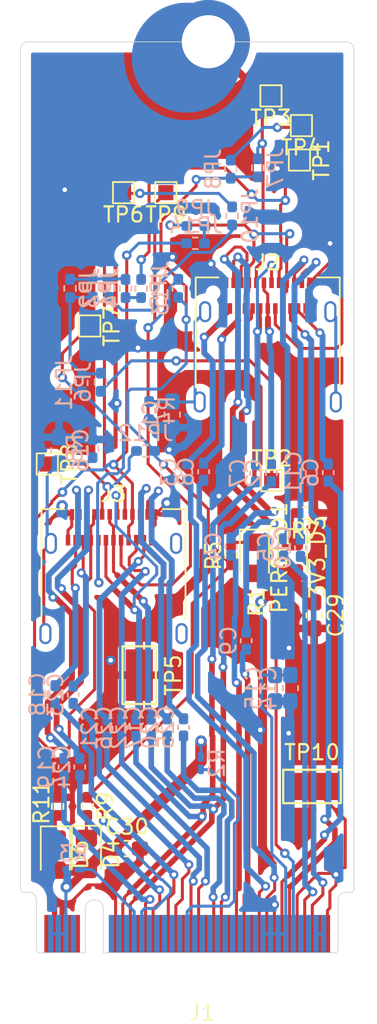
<source format=kicad_pcb>
(kicad_pcb (version 20221018) (generator pcbnew)
  (layers (0 "F.Cu" signal) (1 "In1.Cu" signal) (2 "In2.Cu" signal) (31 "B.Cu" signal) (34 "B.Paste" user) (35 "F.Paste" user) (36 "B.SilkS" user "B.Silkscreen") (37 "F.SilkS" user "F.Silkscreen") (38 "B.Mask" user) (39 "F.Mask" user) (44 "Edge.Cuts" user))
  (net 0 "")
  (net 1 "/CLKREQ_N")
  (net 2 "/VBUS_H")
  (net 3 "GND")
  (net 4 "+3V3")
  (net 5 "/PERST_N")
  (net 6 "/REFCLK_N")
  (net 7 "/REFCLK_P")
  (net 8 "/PER0_N")
  (net 9 "/PER0_P")
  (net 10 "/PET0_N")
  (net 11 "/PET0_P")
  (net 12 "/USB-C-Lane1-2/TX1_P")
  (net 13 "/USB-C-Lane1-2/TX1_N")
  (net 14 "/USB-C-Lane1-2/VBUS")
  (net 15 "/USB-C-Lane1-2/CC1")
  (net 16 "/USB-C-Lane1-2/D_P")
  (net 17 "/USB-C-Lane1-2/D_N")
  (net 18 "/USB-C-Lane1-2/SBU1")
  (net 19 "/USB-C-Lane1-2/RX2_P")
  (net 20 "/USB-C-Lane1-2/RX2_N")
  (net 21 "/USB-C-Lane1-2/TX2_P")
  (net 22 "/USB-C-Lane1-2/TX2_N")
  (net 23 "/USB-C-Lane1-2/CC2")
  (net 24 "/USB-C-Lane1-2/SBU2")
  (net 25 "/USB-C-Lane1-2/RX1_N")
  (net 26 "/USB-C-Lane1-2/RX1_P")
  (net 27 "Net-(J3-SHIELD)")
  (net 28 "/PRSNT_SEL")
  (net 29 "/USB-C-Lane1-2/PRSNT2_N")
  (net 30 "/PRSNT1")
  (net 31 "/PER2_P")
  (net 32 "/PET2_P")
  (net 33 "/PER3_P")
  (net 34 "/PET3_P")
  (net 35 "/PER2_N")
  (net 36 "/PET2_N")
  (net 37 "/PER3_N")
  (net 38 "/PET3_N")
  (net 39 "/USB-C-Lane1-3/D_P")
  (net 40 "/USB-C-Lane1-3/RX1_P")
  (net 41 "/USB-C-Lane1-3/TX1_P")
  (net 42 "/USB-C-Lane1-3/RX2_P")
  (net 43 "/PER1_P")
  (net 44 "/USB-C-Lane1-3/TX2_P")
  (net 45 "/PET1_P")
  (net 46 "/USB-C-Lane1-3/D_N")
  (net 47 "/USB-C-Lane1-3/RX1_N")
  (net 48 "/USB-C-Lane1-3/TX1_N")
  (net 49 "/USB-C-Lane1-3/RX2_N")
  (net 50 "/PER1_N")
  (net 51 "/USB-C-Lane1-3/TX2_N")
  (net 52 "/PET1_N")
  (net 53 "/USB-C-Lane1-3/VBUS")
  (net 54 "/USB-C-Lane1-3/CC1")
  (net 55 "/USB-C-Lane1-3/SBU1")
  (net 56 "/USB-C-Lane1-3/CC2")
  (net 57 "/USB-C-Lane1-3/SBU2")
  (net 58 "/USB-C-Lane1-3/PRSNT2_N")
  (net 59 "Net-(PERST_D1-K)")
  (net 60 "Net-(J2-SHIELD)")
  (net 61 "Net-(J1-DAS{slash}~{DSS})")
  (net 62 "Net-(J1-DEVSLP)")
  (net 79 "/WAKE_N")
  (net 85 "Net-(D6-K)")
  (net 86 "Net-(D4-K)")
  (net 87 "Net-(3V3_D3-K)")
  (footprint "M.2-Templates:M.2-M-KEY" (layer "F.Cu") (at 121.14 103.62)
    (fp_text reference "J1")
    (fp_text value "~")
    (fp_line (start -11.681421 -59.5) (end -11.681421 -4.141421) (stroke (width 0.05)) (layer "Edge.Cuts"))
    (fp_line (start -11.481421 -3.941421) (end -11.131421 -3.941421) (stroke (width 0.05)) (layer "Edge.Cuts"))
    (fp_line (start -10.631421 -3.441421) (end -10.631421 -0.141421) (stroke (width 0.05)) (layer "Edge.Cuts"))
    (fp_line (start -7.406421 -2.841421) (end -7.406421 0.058579) (stroke (width 0.05)) (layer "Edge.Cuts"))
    (fp_line (start -7.406421 0.058579) (end -10.431421 0.058579) (stroke (width 0.05)) (layer "Edge.Cuts"))
    (fp_line (start -6.206421 -2.841421) (end -6.206421 0.058579) (stroke (width 0.05)) (layer "Edge.Cuts"))
    (fp_line (start -6.206421 0.058579) (end 4.318579 0.058579) (stroke (width 0.05)) (layer "Edge.Cuts"))
    (fp_line (start 4.318579 0.058579) (end 9.068579 0.058579) (stroke (width 0.05)) (layer "Edge.Cuts"))
    (fp_line (start 9.268579 -0.141421) (end 9.268579 -3.441421) (stroke (width 0.05)) (layer "Edge.Cuts"))
    (fp_line (start 9.768579 -3.941421) (end 10.118579 -3.941421) (stroke (width 0.05)) (layer "Edge.Cuts"))
    (fp_line (start 9.818579 -60) (end -11.181421 -60) (stroke (width 0.05)) (layer "Edge.Cuts"))
    (fp_line (start 10.318579 -4.141421) (end 10.318579 -59.5) (stroke (width 0.05)) (layer "Edge.Cuts"))
    (fp_arc (start -11.681421 -59.5) (mid -11.534974 -59.853553) (end -11.181421 -60) (stroke (width 0.05)) (layer "Edge.Cuts"))
    (fp_arc (start -11.481421 -3.941421) (mid -11.622842 -4) (end -11.681421 -4.141421) (stroke (width 0.05)) (layer "Edge.Cuts"))
    (fp_arc (start -11.131421 -3.941421) (mid -10.777868 -3.794974) (end -10.631421 -3.441421) (stroke (width 0.05)) (layer "Edge.Cuts"))
    (fp_arc (start -10.431421 0.058579) (mid -10.572842 0) (end -10.631421 -0.141421) (stroke (width 0.05)) (layer "Edge.Cuts"))
    (fp_arc (start -7.406421 -2.841421) (mid -7.230685 -3.265685) (end -6.806421 -3.441421) (stroke (width 0.05)) (layer "Edge.Cuts"))
    (fp_arc (start -6.806421 -3.441421) (mid -6.382157 -3.265685) (end -6.206421 -2.841421) (stroke (width 0.05)) (layer "Edge.Cuts"))
    (fp_arc (start 9.268579 -3.441421) (mid 9.415032 -3.794968) (end 9.768579 -3.941421) (stroke (width 0.05)) (layer "Edge.Cuts"))
    (fp_arc (start 9.268579 -0.141421) (mid 9.210007 0.000007) (end 9.068579 0.058579) (stroke (width 0.05)) (layer "Edge.Cuts"))
    (fp_arc (start 9.818579 -60) (mid 10.172146 -59.853561) (end 10.318579 -59.5) (stroke (width 0.05)) (layer "Edge.Cuts"))
    (fp_arc (start 10.318579 -4.141421) (mid 10.260007 -3.999993) (end 10.118579 -3.941421) (stroke (width 0.05)) (layer "Edge.Cuts"))
  )
  (footprint "Resistor_SMD:R_0402_1005Metric_Pad0.72x0.64mm_HandSolder" (layer "F.Cu") (at 123.35 77.49 90)
    (fp_text reference "R5")
    (fp_text value "2.2k")
  )
  (footprint "TestPoint:TestPoint_Keystone_5015_Micro-Minature" (layer "F.Cu") (at 117.29 85.37 -90)
    (fp_text reference "TP5")
    (fp_text value "TestPoint")
  )
  (footprint "TestPoint:TestPoint_Pad_1.0x1.0mm" (layer "F.Cu") (at 119.05 53.56 180)
    (fp_text reference "TP9")
    (fp_text value "TestPoint")
  )
  (footprint "TestPoint:TestPoint_Pad_1.0x1.0mm" (layer "F.Cu") (at 125.98 47.18 180)
    (fp_text reference "TP3")
    (fp_text value "TestPoint")
  )
  (footprint "Capacitor_SMD:C_0603_1608Metric_Pad1.08x0.95mm_HandSolder" (layer "F.Cu") (at 128.83 81.43 -90)
    (fp_text reference "C29")
    (fp_text value "1u")
  )
  (footprint "TestPoint:TestPoint_Pad_1.0x1.0mm" (layer "F.Cu") (at 116.26 53.56 180)
    (fp_text reference "TP6")
    (fp_text value "TestPoint")
  )
  (footprint "TestPoint:TestPoint_Pad_1.0x1.0mm" (layer "F.Cu") (at 127.99 49.14 180)
    (fp_text reference "TP4")
    (fp_text value "TestPoint")
  )
  (footprint "Resistor_SMD:R_0402_1005Metric_Pad0.72x0.64mm_HandSolder" (layer "F.Cu") (at 113.87 94.02 -90)
    (fp_text reference "R9")
    (fp_text value "2.2k")
  )
  (footprint "LED_SMD:LED_0805_2012Metric_Pad1.15x1.40mm_HandSolder" (layer "F.Cu") (at 124.89 77.6325 -90)
    (fp_text reference "PERST_D1")
    (fp_text value "LED")
  )
  (footprint "TestPoint:TestPoint_Keystone_5015_Micro-Minature" (layer "F.Cu") (at 128.69 92.71)
    (fp_text reference "TP10")
    (fp_text value "TestPoint")
  )
  (footprint "Capacitor_SMD:C_0603_1608Metric_Pad1.08x0.95mm_HandSolder" (layer "F.Cu") (at 116.48 96.8)
    (fp_text reference "C30")
    (fp_text value "100n")
  )
  (footprint "Connector_USB:USB_C_Receptacle_Amphenol_12401610E4-2A" (layer "F.Cu") (at 125.77 64.52)
    (fp_text reference "J2")
    (fp_text value "USB_C_Receptacle")
  )
  (footprint "TestPoint:TestPoint_Pad_1.0x1.0mm" (layer "F.Cu") (at 114.03 62.35 -90)
    (fp_text reference "TP7")
    (fp_text value "TestPoint")
  )
  (footprint "LED_SMD:LED_0805_2012Metric_Pad1.15x1.40mm_HandSolder" (layer "F.Cu") (at 127.4 77.6 -90)
    (fp_text reference "3V3_D3")
    (fp_text value "LED")
  )
  (footprint "Resistor_SMD:R_0402_1005Metric_Pad0.72x0.64mm_HandSolder" (layer "F.Cu") (at 111.91 94.0225 -90)
    (fp_text reference "R11")
    (fp_text value "2.2k")
  )
  (footprint "LED_SMD:LED_0805_2012Metric_Pad1.15x1.40mm_HandSolder" (layer "F.Cu") (at 111.76 97.2 -90)
    (fp_text reference "D6")
    (fp_text value "LED")
  )
  (footprint "Resistor_SMD:R_0201_0603Metric_Pad0.64x0.40mm_HandSolder" (layer "F.Cu") (at 126.09 80.55 90)
    (fp_text reference "R1")
    (fp_text value "10k")
  )
  (footprint "Connector_USB:USB_C_Receptacle_Amphenol_12401610E4-2A" (layer "F.Cu") (at 115.596 79.7945)
    (fp_text reference "J3")
    (fp_text value "USB_C_Receptacle")
  )
  (footprint "LED_SMD:LED_0805_2012Metric_Pad1.15x1.40mm_HandSolder" (layer "F.Cu") (at 113.81 97.16 -90)
    (fp_text reference "D4")
    (fp_text value "LED")
  )
  (footprint "TestPoint:TestPoint_Pad_1.0x1.0mm" (layer "F.Cu") (at 111.23 71.45 -90)
    (fp_text reference "TP8")
    (fp_text value "TestPoint")
  )
  (footprint "TestPoint:TestPoint_Pad_1.0x1.0mm" (layer "F.Cu") (at 127.86 51.41 -90)
    (fp_text reference "TP1")
    (fp_text value "TestPoint")
  )
  (footprint "TestPoint:TestPoint_Pad_1.0x1.0mm" (layer "F.Cu") (at 126.03 72.54)
    (fp_text reference "TP2")
    (fp_text value "TestPoint")
  )
  (footprint "Resistor_SMD:R_0402_1005Metric_Pad0.72x0.64mm_HandSolder" (layer "F.Cu") (at 128.25 74.68 180)
    (fp_text reference "R7")
    (fp_text value "2.2k")
  )
  (footprint "Resistor_SMD:R_0402_1005Metric_Pad0.72x0.64mm_HandSolder" (layer "B.Cu") (at 121.03 55.76 180)
    (fp_text reference "JP9")
    (fp_text value "0")
  )
  (footprint "Capacitor_SMD:C_0603_1608Metric_Pad1.08x0.95mm_HandSolder" (layer "B.Cu") (at 112 70.55 90)
    (fp_text reference "C16")
    (fp_text value "100n")
  )
  (footprint "Capacitor_SMD:C_0402_1005Metric_Pad0.74x0.62mm_HandSolder" (layer "B.Cu") (at 126.01 72.06 -90)
    (fp_text reference "C2")
    (fp_text value "100n")
  )
  (footprint "Capacitor_SMD:C_0402_1005Metric_Pad0.74x0.62mm_HandSolder" (layer "B.Cu") (at 119.136 88.8145 -90)
    (fp_text reference "C20")
    (fp_text value "100n")
  )
  (footprint "Capacitor_SMD:C_0402_1005Metric_Pad0.74x0.62mm_HandSolder" (layer "B.Cu") (at 115.176 88.8745 -90)
    (fp_text reference "C21")
    (fp_text value "100n")
  )
  (footprint "Resistor_SMD:R_0402_1005Metric_Pad0.72x0.64mm_HandSolder" (layer "B.Cu") (at 120.99 56.9 180)
    (fp_text reference "JP14")
    (fp_text value "0")
  )
  (footprint "Capacitor_SMD:C_0402_1005Metric_Pad0.74x0.62mm_HandSolder" (layer "B.Cu") (at 117.076 88.8345 -90)
    (fp_text reference "C22")
    (fp_text value "100n")
  )
  (footprint "Resistor_SMD:R_0402_1005Metric_Pad0.72x0.64mm_HandSolder" (layer "B.Cu") (at 125.11 51.9225 90)
    (fp_text reference "JP7")
    (fp_text value "0")
  )
  (footprint "Resistor_SMD:R_0402_1005Metric_Pad0.72x0.64mm_HandSolder" (layer "B.Cu") (at 116.39 59.88 -90)
    (fp_text reference "JP1")
    (fp_text value "0")
  )
  (footprint "Resistor_SMD:R_0201_0603Metric_Pad0.64x0.40mm_HandSolder" (layer "B.Cu") (at 121.36 91.17 90)
    (fp_text reference "R2")
    (fp_text value "10k")
  )
  (footprint "Capacitor_SMD:C_0402_1005Metric_Pad0.74x0.62mm_HandSolder" (layer "B.Cu") (at 111.746 86.6345 -90)
    (fp_text reference "C18")
    (fp_text value "100n")
  )
  (footprint "Capacitor_SMD:C_0402_1005Metric_Pad0.74x0.62mm_HandSolder" (layer "B.Cu") (at 112.936 86.667 -90)
    (fp_text reference "C23")
    (fp_text value "100n")
  )
  (footprint "Resistor_SMD:R_0402_1005Metric_Pad0.72x0.64mm_HandSolder" (layer "B.Cu") (at 113.51 66.1 -90)
    (fp_text reference "JP11")
    (fp_text value "0")
  )
  (footprint "Resistor_SMD:R_0402_1005Metric_Pad0.72x0.64mm_HandSolder" (layer "B.Cu") (at 114.22 70.43 -90)
    (fp_text reference "R8")
    (fp_text value "100k")
  )
  (footprint "Capacitor_SMD:C_0402_1005Metric_Pad0.74x0.62mm_HandSolder" (layer "B.Cu") (at 113.37 91.4225 -90)
    (fp_text reference "C24")
    (fp_text value "100n")
  )
  (footprint "Resistor_SMD:R_0402_1005Metric_Pad0.72x0.64mm_HandSolder" (layer "B.Cu") (at 117.42 59.88 90)
    (fp_text reference "JP5")
    (fp_text value "0")
  )
  (footprint "Resistor_SMD:R_0402_1005Metric_Pad0.72x0.64mm_HandSolder" (layer "B.Cu") (at 123.332 52.012 -90)
    (fp_text reference "JP8")
    (fp_text value "0")
  )
  (footprint "Capacitor_SMD:C_0603_1608Metric_Pad1.08x0.95mm_HandSolder" (layer "B.Cu") (at 127.26 86.2275 -90)
    (fp_text reference "C14")
    (fp_text value "1u")
  )
  (footprint "Capacitor_SMD:C_0402_1005Metric_Pad0.74x0.62mm_HandSolder" (layer "B.Cu") (at 123.35 76.8925 -90)
    (fp_text reference "C4")
    (fp_text value "100n")
  )
  (footprint "Capacitor_SMD:C_0402_1005Metric_Pad0.74x0.62mm_HandSolder" (layer "B.Cu") (at 120.43 71.99 -90)
    (fp_text reference "C3")
    (fp_text value "100n")
  )
  (footprint "Capacitor_SMD:C_0603_1608Metric_Pad1.08x0.95mm_HandSolder" (layer "B.Cu") (at 126.26 86.2275 -90)
    (fp_text reference "C15")
    (fp_text value "100n")
  )
  (footprint "Capacitor_SMD:C_0402_1005Metric_Pad0.74x0.62mm_HandSolder" (layer "B.Cu") (at 129.76 72.01 -90)
    (fp_text reference "C6")
    (fp_text value "100n")
  )
  (footprint "Capacitor_SMD:C_0402_1005Metric_Pad0.74x0.62mm_HandSolder" (layer "B.Cu") (at 120.216 88.8145 -90)
    (fp_text reference "C25")
    (fp_text value "100n")
  )
  (footprint "Capacitor_SMD:C_0402_1005Metric_Pad0.74x0.62mm_HandSolder" (layer "B.Cu") (at 126.82 76.9525 -90)
    (fp_text reference "C5")
    (fp_text value "100n")
  )
  (footprint "Resistor_SMD:R_0402_1005Metric_Pad0.72x0.64mm_HandSolder" (layer "B.Cu") (at 115.3 59.86 -90)
    (fp_text reference "JP3")
    (fp_text value "0")
  )
  (footprint "Resistor_SMD:R_0402_1005Metric_Pad0.72x0.64mm_HandSolder" (layer "B.Cu") (at 117.71 70.59 180)
    (fp_text reference "JP12")
    (fp_text value "0")
  )
  (footprint "Capacitor_SMD:C_0402_1005Metric_Pad0.74x0.62mm_HandSolder" (layer "B.Cu") (at 116.136 88.8545 -90)
    (fp_text reference "C26")
    (fp_text value "100n")
  )
  (footprint "Resistor_SMD:R_0402_1005Metric_Pad0.72x0.64mm_HandSolder" (layer "B.Cu") (at 119.87 59.87 -90)
    (fp_text reference "JP13")
    (fp_text value "0")
  )
  (footprint "Resistor_SMD:R_0402_1005Metric_Pad0.72x0.64mm_HandSolder" (layer "B.Cu") (at 117.95 67.93 90)
    (fp_text reference "R4")
    (fp_text value "100k")
  )
  (footprint "Capacitor_SMD:C_0402_1005Metric_Pad0.74x0.62mm_HandSolder" (layer "B.Cu") (at 124.97 72.06 -90)
    (fp_text reference "C7")
    (fp_text value "100n")
  )
  (footprint "Capacitor_SMD:C_0402_1005Metric_Pad0.74x0.62mm_HandSolder" (layer "B.Cu") (at 121.54 71.96 -90)
    (fp_text reference "C8")
    (fp_text value "100n")
  )
  (footprint "Resistor_SMD:R_0402_1005Metric_Pad0.72x0.64mm_HandSolder" (layer "B.Cu") (at 112.73 59.87 90)
    (fp_text reference "JP2")
    (fp_text value "0")
  )
  (footprint "Capacitor_SMD:C_0402_1005Metric_Pad0.74x0.62mm_HandSolder" (layer "B.Cu") (at 118.086 88.8345 -90)
    (fp_text reference "C17")
    (fp_text value "100n")
  )
  (footprint "Capacitor_SMD:C_0402_1005Metric_Pad0.74x0.62mm_HandSolder" (layer "B.Cu") (at 128.64 72.03 -90)
    (fp_text reference "C11")
    (fp_text value "100n")
  )
  (footprint "Capacitor_SMD:C_0402_1005Metric_Pad0.74x0.62mm_HandSolder" (layer "B.Cu") (at 124.35 83.1 -90)
    (fp_text reference "C9")
    (fp_text value "100n")
  )
  (footprint "Capacitor_SMD:C_0402_1005Metric_Pad0.74x0.62mm_HandSolder" (layer "B.Cu") (at 127.93 76.9725 -90)
    (fp_text reference "C10")
    (fp_text value "100n")
  )
  (footprint "Resistor_SMD:R_0402_1005Metric_Pad0.72x0.64mm_HandSolder" (layer "B.Cu") (at 114.23 59.8425 90)
    (fp_text reference "JP4")
    (fp_text value "0")
  )
  (footprint "Resistor_SMD:R_0402_1005Metric_Pad0.72x0.64mm_HandSolder" (layer "B.Cu") (at 123.422 55.0925 90)
    (fp_text reference "JP10")
    (fp_text value "0")
  )
  (footprint "Resistor_SMD:R_0402_1005Metric_Pad0.72x0.64mm_HandSolder" (layer "B.Cu") (at 114.75 66.06 -90)
    (fp_text reference "JP6")
    (fp_text value "0")
  )
  (footprint "Capacitor_SMD:C_0402_1005Metric_Pad0.74x0.62mm_HandSolder" (layer "B.Cu") (at 112.336 91.427 -90)
    (fp_text reference "C19")
    (fp_text value "100n")
  )
  (footprint "Capacitor_SMD:C_0603_1608Metric_Pad1.08x0.95mm_HandSolder" (layer "B.Cu") (at 119.47 68.19 -90)
    (fp_text reference "C1")
    (fp_text value "100n")
  )
  (footprint "Resistor_SMD:R_0201_0603Metric_Pad0.64x0.40mm_HandSolder" (layer "B.Cu") (at 112.95 98.18 180)
    (fp_text reference "R3")
    (fp_text value "10k")
  )
  (segment (start 116.958579 100.947979) (end 116.958579 102.428579) (width 0.2) (layer "B.Cu") (net 1))
  (segment (start 114.1906 98.18) (end 116.958579 100.947979) (width 0.2) (layer "B.Cu") (net 1))
  (segment (start 113.3575 98.18) (end 114.1906 98.18) (width 0.2) (layer "B.Cu") (net 1))
  (segment (start 121.5875 55.8) (end 121.6275 55.76) (width 0.2) (layer "B.Cu") (net 2))
  (segment (start 121.5875 56.9) (end 121.5875 55.8) (width 0.2) (layer "B.Cu") (net 2))
  (segment (start 127.772005 99.827) (end 127.772005 99.774941) (width 0.2) (layer "F.Cu") (net 3))
  (segment (start 112.846 74.7745) (end 112.846 75.565) (width 0.2) (layer "F.Cu") (net 3))
  (segment (start 118.096 76.4745) (end 118.096 75.715) (width 0.2) (layer "F.Cu") (net 3))
  (segment (start 123.02 59.5) (end 123.02 59.26) (width 0.2) (layer "F.Cu") (net 3))
  (segment (start 112.846 74.7745) (end 112.7745 74.7745) (width 0.2) (layer "F.Cu") (net 3))
  (segment (start 117.3425 96.8) (end 117.3425 97.4175) (width 0.2) (layer "F.Cu") (net 3))
  (segment (start 127.708579 99.890426) (end 127.772005 99.827) (width 0.2) (layer "F.Cu") (net 3))
  (segment (start 118.346 74.7745) (end 118.3655 74.7745) (width 0.2) (layer "F.Cu") (net 3))
  (segment (start 129.87 100.72) (end 129.708579 100.881421) (width 0.2) (layer "F.Cu") (net 3))
  (segment (start 115.733579 99.373579) (end 115.733579 102.425379) (width 0.2) (layer "F.Cu") (net 3))
  (segment (start 115.733579 102.425379) (end 115.730379 102.428579) (width 0.2) (layer "F.Cu") (net 3))
  (segment (start 128.44 61.03) (end 128.27 61.2) (width 0.2) (layer "F.Cu") (net 3))
  (segment (start 130.88 94.9) (end 130.88 98.06) (width 0.2) (layer "F.Cu") (net 3))
  (segment (start 128.69 92.71) (end 130.88 94.9) (width 0.2) (layer "F.Cu") (net 3))
  (segment (start 129.88 58.14) (end 129.88 56.91) (width 0.2) (layer "F.Cu") (net 3))
  (segment (start 128.52 59.5) (end 129.88 58.14) (width 0.2) (layer "F.Cu") (net 3))
  (segment (start 130.88 98.06) (end 130.72 98.06) (width 0.2) (layer "F.Cu") (net 3))
  (segment (start 129.87 99.61) (end 130.27 99.21) (width 0.2) (layer "F.Cu") (net 3))
  (segment (start 128.52 59.5) (end 128.44 59.58) (width 0.2) (layer "F.Cu") (net 3))
  (segment (start 126.208579 100.511421) (end 126.22 100.5) (width 0.2) (layer "F.Cu") (net 3))
  (segment (start 128.69 90.74) (end 127.15 89.2) (width 0.2) (layer "F.Cu") (net 3))
  (segment (start 112.846 75.565) (end 112.596 75.815) (width 0.2) (layer "F.Cu") (net 3))
  (segment (start 129.87 99.61) (end 129.87 100.72) (width 0.2) (layer "F.Cu") (net 3))
  (segment (start 118.3655 74.7745) (end 119.12 74.02) (width 0.2) (layer "F.Cu") (net 3))
  (segment (start 127.772005 99.774941) (end 129.106825 98.440121) (width 0.2) (layer "F.Cu") (net 3))
  (segment (start 130.72 98.06) (end 130.27 98.51) (width 0.2) (layer "F.Cu") (net 3))
  (segment (start 130.27 98.51) (end 130.27 99.21) (width 0.2) (layer "F.Cu") (net 3))
  (segment (start 129.106825 98.440121) (end 130.200121 98.440121) (width 0.2) (layer "F.Cu") (net 3))
  (segment (start 126.208579 102.428579) (end 126.208579 100.511421) (width 0.2) (layer "F.Cu") (net 3))
  (segment (start 115.56 99.2) (end 115.733579 99.373579) (width 0.2) (layer "F.Cu") (net 3))
  (segment (start 112.230379 102.406779) (end 112.230379 100.898449) (width 0.2) (layer "F.Cu") (net 3))
  (segment (start 123.02 60.406016) (end 123.02 59.5) (width 0.2) (layer "F.Cu") (net 3))
  (segment (start 117.3425 97.4175) (end 115.56 99.2) (width 0.2) (layer "F.Cu") (net 3))
  (segment (start 118.346 75.465) (end 118.346 74.7745) (width 0.2) (layer "F.Cu") (net 3))
  (segment (start 118.096 75.715) (end 118.346 75.465) (width 0.2) (layer "F.Cu") (net 3))
  (segment (start 128.69 92.71) (end 128.69 90.74) (width 0.2) (layer "F.Cu") (net 3))
  (segment (start 127.708579 102.428579) (end 127.708579 99.890426) (width 0.2) (layer "F.Cu") (net 3))
  (segment (start 130.200121 98.440121) (end 130.27 98.51) (width 0.2) (layer "F.Cu") (net 3))
  (segment (start 129.708579 100.881421) (end 129.708579 102.428579) (width 0.2) (layer "F.Cu") (net 3))
  (segment (start 128.44 59.58) (end 128.44 61.03) (width 0.2) (layer "F.Cu") (net 3))
  (segment (start 122.77 60.656016) (end 123.02 60.406016) (width 0.2) (layer "F.Cu") (net 3))
  (segment (start 112.7745 74.7745) (end 112.21 74.21) (width 0.2) (layer "F.Cu") (net 3))
  (segment (start 112.596 75.815) (end 112.596 76.4745) (width 0.2) (layer "F.Cu") (net 3))
  (segment (start 113.928828 99.2) (end 115.56 99.2) (width 0.2) (layer "F.Cu") (net 3))
  (segment (start 112.208579 102.428579) (end 112.230379 102.406779) (width 0.2) (layer "F.Cu") (net 3))
  (segment (start 129.208579 102.428579) (end 129.608579 102.428579) (width 0.2) (layer "F.Cu") (net 3))
  (segment (start 123.02 59.26) (end 122.02 58.26) (width 0.2) (layer "F.Cu") (net 3))
  (segment (start 112.230379 100.898449) (end 113.928828 99.2) (width 0.2) (layer "F.Cu") (net 3))
  (segment (start 122.77 61.2) (end 122.77 60.656016) (width 0.2) (layer "F.Cu") (net 3))
  (via (at 117.21 63.79) (size 0.635) (drill 0.3048) (layers "F.Cu" "B.Cu") (net 3))
  (via (at 126.4 51.97) (size 0.635) (drill 0.3048) (layers "F.Cu" "B.Cu") (net 3))
  (via (at 115.41 84.39) (size 0.635) (drill 0.3048) (layers "F.Cu" "B.Cu") (net 3))
  (via (at 130.27 98.51) (size 0.635) (drill 0.3048) (layers "F.Cu" "B.Cu") (net 3))
  (via (at 127.15 89.2) (size 0.635) (drill 0.3048) (layers "F.Cu" "B.Cu") (net 3))
  (via (at 126.22 100.5) (size 0.6) (drill 0.3) (layers "F.Cu" "B.Cu") (net 3))
  (via (at 127.17 83.58) (size 0.635) (drill 0.3048) (layers "F.Cu" "B.Cu") (net 3))
  (via (at 119.12 74.02) (size 0.762) (drill 0.381) (layers "F.Cu" "B.Cu") (net 3))
  (via (at 112.21 74.21) (size 0.762) (drill 0.381) (layers "F.Cu" "B.Cu") (net 3))
  (via (at 119.49 57.8) (size 0.635) (drill 0.3048) (layers "F.Cu" "B.Cu") (net 3))
  (via (at 122.02 58.26) (size 0.635) (drill 0.3048) (layers "F.Cu" "B.Cu") (net 3))
  (via (at 119.27 70.5) (size 0.635) (drill 0.3048) (layers "F.Cu" "B.Cu") (net 3))
  (via (at 125.28 88.98) (size 0.635) (drill 0.3048) (layers "F.Cu" "B.Cu") (net 3))
  (via (at 112.38 53.37) (size 0.635) (drill 0.3048) (layers "F.Cu" "B.Cu") (net 3))
  (via (at 129.88 56.91) (size 0.635) (drill 0.3048) (layers "F.Cu" "B.Cu") (net 3))
  (via (at 122.55 73.56) (size 0.635) (drill 0.3048) (layers "F.Cu" "B.Cu") (net 3))
  (via (at 115.82 67.45) (size 0.635) (drill 0.3048) (layers "F.Cu" "B.Cu") (net 3))
  (segment (start 119.47 69.0525) (end 118.475 69.0525) (width 0.762) (layer "B.Cu") (net 3))
  (segment (start 118.475 69.0525) (end 117.95 68.5275) (width 0.762) (layer "B.Cu") (net 3))
  (segment (start 124.89 78.6575) (end 126.0675 78.6575) (width 0.762) (layer "F.Cu") (net 4))
  (segment (start 126.0675 78.6575) (end 126.09 78.635) (width 0.762) (layer "F.Cu") (net 4))
  (segment (start 113.77 98.225) (end 113.81 98.185) (width 0.762) (layer "F.Cu") (net 4))
  (segment (start 127.47 79.2075) (end 127.47 78.585) (width 0.762) (layer "F.Cu") (net 4))
  (segment (start 111.76 98.225) (end 113.77 98.225) (width 0.762) (layer "F.Cu") (net 4))
  (segment (start 113.81 98.185) (end 112.665 99.33) (width 0.508) (layer "F.Cu") (net 4))
  (segment (start 121.37 91.0475) (end 121.37 89.72) (width 0.762) (layer "F.Cu") (net 4))
  (segment (start 128.83 80.5675) (end 127.47 79.2075) (width 0.762) (layer "F.Cu") (net 4))
  (segment (start 112.665 99.33) (end 112.49 99.33) (width 0.2) (layer "F.Cu") (net 4))
  (segment (start 126.09 80.1425) (end 126.09 78.635) (width 0.635) (layer "F.Cu") (net 4))
  (segment (start 115.6175 96.8) (end 115.195 96.8) (width 0.762) (layer "F.Cu") (net 4))
  (segment (start 125.7175 80.1425) (end 125.32 80.54) (width 0.635) (layer "F.Cu") (net 4))
  (segment (start 126.09 80.1425) (end 125.7175 80.1425) (width 0.635) (layer "F.Cu") (net 4))
  (segment (start 126.09 78.635) (end 126.14 78.585) (width 0.762) (layer "F.Cu") (net 4))
  (segment (start 127.47 78.585) (end 126.14 78.585) (width 0.762) (layer "F.Cu") (net 4))
  (segment (start 115.6175 96.8) (end 121.37 91.0475) (width 0.762) (layer "F.Cu") (net 4))
  (segment (start 115.195 96.8) (end 113.81 98.185) (width 0.762) (layer "F.Cu") (net 4))
  (via (at 121.37 89.72) (size 0.762) (drill 0.381) (layers "F.Cu" "B.Cu") (net 4))
  (via (at 112.49 99.33) (size 0.782) (drill 0.381) (layers "F.Cu" "B.Cu") (net 4))
  (via (at 125.32 80.54) (size 0.762) (drill 0.381) (layers "F.Cu" "B.Cu") (net 4))
  (segment (start 125.384402 85.365) (end 125.349402 85.33) (width 0.2) (layer "B.Cu") (net 4))
  (segment (start 111.458579 102.428579) (end 112.458579 102.428579) (width 0.2) (layer "B.Cu") (net 4))
  (segment (start 121.36 89.73) (end 121.37 89.72) (width 0.2) (layer "B.Cu") (net 4))
  (segment (start 125.349402 87.481567) (end 125.349402 85.33) (width 0.2) (layer "B.Cu") (net 4))
  (segment (start 126.04 97.151955) (end 126.04 88.172165) (width 0.2) (layer "B.Cu") (net 4))
  (segment (start 127.26 85.365) (end 126.26 85.365) (width 0.2) (layer "B.Cu") (net 4))
  (segment (start 125.349402 80.569402) (end 125.32 80.54) (width 0.2) (layer "B.Cu") (net 4))
  (segment (start 112.458579 102.428579) (end 112.458579 99.361421) (width 0.2) (layer "B.Cu") (net 4))
  (segment (start 126.26 85.365) (end 125.384402 85.365) (width 0.2) (layer "B.Cu") (net 4))
  (segment (start 112.458579 99.361421) (end 112.49 99.33) (width 0.2) (layer "B.Cu") (net 4))
  (segment (start 126.04 88.172165) (end 125.349402 87.481567) (width 0.2) (layer "B.Cu") (net 4))
  (segment (start 126.958579 102.428579) (end 126.958579 98.070534) (width 0.2) (layer "B.Cu") (net 4))
  (segment (start 125.349402 85.33) (end 125.349402 80.569402) (width 0.2) (layer "B.Cu") (net 4))
  (segment (start 112.5425 99.2775) (end 112.49 99.33) (width 0.2) (layer "B.Cu") (net 4))
  (segment (start 126.958579 102.428579) (end 126.458579 102.428579) (width 0.2) (layer "B.Cu") (net 4))
  (segment (start 125.458579 102.428579) (end 126.958579 102.428579) (width 0.2) (layer "B.Cu") (net 4))
  (segment (start 129.458579 102.428579) (end 128.958579 102.428579) (width 0.2) (layer "B.Cu") (net 4))
  (segment (start 126.958579 98.070534) (end 126.04 97.151955) (width 0.2) (layer "B.Cu") (net 4))
  (segment (start 121.36 90.7625) (end 121.36 89.73) (width 0.2) (layer "B.Cu") (net 4))
  (segment (start 112.5425 98.18) (end 112.5425 99.2775) (width 0.508) (layer "B.Cu") (net 4))
  (segment (start 120.39 59.78) (end 120.39 61.93) (width 0.2) (layer "F.Cu") (net 5))
  (segment (start 118.7276 55.450477) (end 118.7276 58.1176) (width 0.2) (layer "F.Cu") (net 5))
  (segment (start 113.87 93.4225) (end 114.928473 94.480973) (width 0.2) (layer "F.Cu") (net 5))
  (segment (start 118.7276 58.1176) (end 120.39 59.78) (width 0.2) (layer "F.Cu") (net 5))
  (segment (start 121.85 74.43) (end 118.9 71.48) (width 0.2) (layer "F.Cu") (net 5))
  (segment (start 123.35 78.0875) (end 120.786 80.6515) (width 0.2) (layer "F.Cu") (net 5))
  (segment (start 114.928473 94.480973) (end 114.928473 94.958473) (width 0.2) (layer "F.Cu") (net 5))
  (segment (start 123.35 78.0875) (end 121.85 76.5875) (width 0.2) (layer "F.Cu") (net 5))
  (segment (start 121.05 52.69) (end 121.05 53.128077) (width 0.2) (layer "F.Cu") (net 5))
  (segment (start 120.786 80.6515) (end 120.786 86.5065) (width 0.2) (layer "F.Cu") (net 5))
  (segment (start 121.85 76.5875) (end 121.85 74.43) (width 0.2) (layer "F.Cu") (net 5))
  (segment (start 120.786 86.5065) (end 113.87 93.4225) (width 0.2) (layer "F.Cu") (net 5))
  (segment (start 121.05 53.128077) (end 118.7276 55.450477) (width 0.2) (layer "F.Cu") (net 5))
  (via (at 121.05 52.69) (size 0.6) (drill 0.3) (layers "F.Cu" "B.Cu") (net 5))
  (via (at 120.39 61.93) (size 0.6) (drill 0.3) (layers "F.Cu" "B.Cu") (net 5))
  (via (at 118.9 71.48) (size 0.6) (drill 0.3) (layers "F.Cu" "B.Cu") (net 5))
  (via (at 114.928473 94.958473) (size 0.6) (drill 0.3) (layers "F.Cu" "B.Cu") (net 5))
  (segment (start 114.928473 95.038473) (end 114.928473 94.958473) (width 0.2) (layer "B.Cu") (net 5))
  (segment (start 118.3075 70.59) (end 118.3075 70.8875) (width 0.2) (layer "B.Cu") (net 5))
  (segment (start 118.3075 70.59) (end 116.54 68.8225) (width 0.2) (layer "B.Cu") (net 5))
  (segment (start 120.39 60.9875) (end 119.87 60.4675) (width 0.2) (layer "B.Cu") (net 5))
  (segment (start 116.54 66.7) (end 116.7278 66.5122) (width 0.2) (layer "B.Cu") (net 5))
  (segment (start 116.54 68.8225) (end 116.54 66.7) (width 0.2) (layer "B.Cu") (net 5))
  (segment (start 118.719723 66.5122) (end 120.39 64.841923) (width 0.2) (layer "B.Cu") (net 5))
  (segment (start 118.3075 70.8875) (end 118.9 71.48) (width 0.2) (layer "B.Cu") (net 5))
  (segment (start 117.458579 102.428579) (end 117.458579 100.947979) (width 0.2) (layer "B.Cu") (net 5))
  (segment (start 121.1305 52.6095) (end 121.05 52.69) (width 0.2) (layer "B.Cu") (net 5))
  (segment (start 123.332 52.6095) (end 121.1305 52.6095) (width 0.2) (layer "B.Cu") (net 5))
  (segment (start 116.7278 66.5122) (end 118.719723 66.5122) (width 0.2) (layer "B.Cu") (net 5))
  (segment (start 123.4215 52.52) (end 123.332 52.6095) (width 0.2) (layer "B.Cu") (net 5))
  (segment (start 125.11 52.52) (end 123.4215 52.52) (width 0.2) (layer "B.Cu") (net 5))
  (segment (start 119.37 99.74) (end 119.37 99.411471) (width 0.2) (layer "B.Cu") (net 5))
  (segment (start 119.37 99.411471) (end 118.798529 98.84) (width 0.2) (layer "B.Cu") (net 5))
  (segment (start 118.359998 100.750002) (end 119.37 99.74) (width 0.2) (layer "B.Cu") (net 5))
  (segment (start 117.458579 100.947979) (end 117.656556 100.750002) (width 0.2) (layer "B.Cu") (net 5))
  (segment (start 117.656556 100.750002) (end 118.359998 100.750002) (width 0.2) (layer "B.Cu") (net 5))
  (segment (start 120.39 64.841923) (end 120.39 60.9875) (width 0.2) (layer "B.Cu") (net 5))
  (segment (start 118.798529 98.84) (end 118.73 98.84) (width 0.2) (layer "B.Cu") (net 5))
  (segment (start 118.73 98.84) (end 114.928473 95.038473) (width 0.2) (layer "B.Cu") (net 5))
  (segment (start 122.084 95.047638) (end 117.060819 100.070819) (width 0.368) (layer "F.Cu") (net 6))
  (segment (start 122.84 84.86) (end 122.82 84.84) (width 0.368) (layer "F.Cu") (net 6))
  (segment (start 122.84 93.55) (end 122.84 84.86) (width 0.368) (layer "F.Cu") (net 6))
  (segment (start 122.084 94.306) (end 122.084 95.047638) (width 0.368) (layer "F.Cu") (net 6))
  (segment (start 117.060819 100.109181) (end 117.060819 100.070819) (width 0.2) (layer "F.Cu") (net 6))
  (segment (start 122.19 94.2) (end 122.084 94.306) (width 0.368) (layer "F.Cu") (net 6))
  (segment (start 116.708579 102.428579) (end 116.708579 100.461421) (width 0.2) (layer "F.Cu") (net 6))
  (segment (start 122.19 94.2) (end 122.84 93.55) (width 0.368) (layer "F.Cu") (net 6))
  (segment (start 116.708579 100.461421) (end 117.060819 100.109181) (width 0.2) (layer "F.Cu") (net 6))
  (via (at 122.19 94.2) (size 0.635) (drill 0.3048) (layers "F.Cu" "B.Cu") (net 6))
  (via (at 122.82 84.84) (size 0.6) (drill 0.3) (layers "F.Cu" "B.Cu") (net 6))
  (segment (start 122.7 75.641638) (end 122.7 83.892677) (width 0.368) (layer "B.Cu") (net 6))
  (segment (start 118.086 91.430996) (end 118.086 89.402) (width 0.368) (layer "B.Cu") (net 6))
  (segment (start 126.01 72.649945) (end 123.275945 75.384) (width 0.368) (layer "B.Cu") (net 6))
  (segment (start 122.7 83.892677) (end 122.864 84.056677) (width 0.368) (layer "B.Cu") (net 6))
  (segment (start 122.864 84.796) (end 122.82 84.84) (width 0.368) (layer "B.Cu") (net 6))
  (segment (start 122.957638 75.384) (end 122.7 75.641638) (width 0.368) (layer "B.Cu") (net 6))
  (segment (start 123.275945 75.384) (end 122.957638 75.384) (width 0.368) (layer "B.Cu") (net 6))
  (segment (start 122.19 94.2) (end 121.9936 94.0036) (width 0.368) (layer "B.Cu") (net 6))
  (segment (start 126.01 72.6275) (end 126.01 72.649945) (width 0.368) (layer "B.Cu") (net 6))
  (segment (start 121.9936 94.0036) (end 120.658604 94.0036) (width 0.368) (layer "B.Cu") (net 6))
  (segment (start 122.864 84.056677) (end 122.864 84.796) (width 0.368) (layer "B.Cu") (net 6))
  (segment (start 120.658604 94.0036) (end 118.086 91.430996) (width 0.368) (layer "B.Cu") (net 6))
  (segment (start 116.332 100.33) (end 116.332 99.996362) (width 0.2) (layer "F.Cu") (net 7))
  (segment (start 122.1382 93.281083) (end 122.1382 89.401801) (width 0.368) (layer "F.Cu") (net 7))
  (segment (start 121.5636 94.5564) (end 121.5636 94.544317) (width 0.368) (layer "F.Cu") (net 7))
  (segment (start 121.516 94.812362) (end 116.659181 99.669181) (width 0.368) (layer "F.Cu") (net 7))
  (segment (start 116.208579 100.453421) (end 116.332 100.33) (width 0.2) (layer "F.Cu") (net 7))
  (segment (start 116.208579 102.428579) (end 116.208579 100.453421) (width 0.2) (layer "F.Cu") (net 7))
  (segment (start 121.43 94.69) (end 121.516 94.776) (width 0.368) (layer "F.Cu") (net 7))
  (segment (start 121.5636 94.544317) (end 121.5036 94.484317) (width 0.368) (layer "F.Cu") (net 7))
  (segment (start 121.516 94.776) (end 121.516 94.812362) (width 0.368) (layer "F.Cu") (net 7))
  (segment (start 121.5036 93.915683) (end 122.1382 93.281083) (width 0.368) (layer "F.Cu") (net 7))
  (segment (start 116.332 99.996362) (end 116.659181 99.669181) (width 0.2) (layer "F.Cu") (net 7))
  (segment (start 122.1382 89.401801) (end 122.09 89.353601) (width 0.368) (layer "F.Cu") (net 7))
  (segment (start 121.5036 94.484317) (end 121.5036 93.915683) (width 0.368) (layer "F.Cu") (net 7))
  (segment (start 122.09 89.353601) (end 122.09 84.31) (width 0.368) (layer "F.Cu") (net 7))
  (segment (start 121.43 94.69) (end 121.5636 94.5564) (width 0.368) (layer "F.Cu") (net 7))
  (via (at 122.09 84.31) (size 0.6) (drill 0.3) (layers "F.Cu" "B.Cu") (net 7))
  (via (at 121.43 94.69) (size 0.635) (drill 0.3048) (layers "F.Cu" "B.Cu") (net 7))
  (segment (start 122.1544 84.2456) (end 122.09 84.31) (width 0.368) (layer "B.Cu") (net 7))
  (segment (start 120.609048 94.69) (end 117.076 91.156952) (width 0.368) (layer "B.Cu") (net 7))
  (segment (start 121.43 94.69) (end 120.609048 94.69) (width 0.368) (layer "B.Cu") (net 7))
  (segment (start 124.97 72.6275) (end 122.1544 75.4431) (width 0.368) (layer "B.Cu") (net 7))
  (segment (start 117.076 91.156952) (end 117.076 89.402) (width 0.368) (layer "B.Cu") (net 7))
  (segment (start 122.1544 75.4431) (end 122.1544 84.2456) (width 0.368) (layer "B.Cu") (net 7))
  (segment (start 119.708579 102.428579) (end 119.708579 100.561421) (width 0.2) (layer "F.Cu") (net 8))
  (segment (start 120.567843 98.380686) (end 120.567843 97.862157) (width 0.2) (layer "F.Cu") (net 8))
  (segment (start 120.14 100.13) (end 120.14 98.808529) (width 0.2) (layer "F.Cu") (net 8))
  (segment (start 120.14 98.808529) (end 120.567843 98.380686) (width 0.2) (layer "F.Cu") (net 8))
  (segment (start 119.708579 100.561421) (end 120.14 100.13) (width 0.2) (layer "F.Cu") (net 8))
  (via (at 120.567843 97.862157) (size 0.6) (drill 0.3) (layers "F.Cu" "B.Cu") (net 8))
  (segment (start 114.6556 90.2956) (end 114.6556 91.949914) (width 0.368) (layer "B.Cu") (net 8))
  (segment (start 114.6556 91.949914) (end 120.567843 97.862157) (width 0.368) (layer "B.Cu") (net 8))
  (segment (start 114.202052 88.500552) (end 114.202052 89.842052) (width 0.368) (layer "B.Cu") (net 8))
  (segment (start 114.202052 89.842052) (end 114.6556 90.2956) (width 0.368) (layer "B.Cu") (net 8))
  (segment (start 112.936 87.2345) (end 114.202052 88.500552) (width 0.368) (layer "B.Cu") (net 8))
  (segment (start 119.58 99.718529) (end 119.58 98.52) (width 0.2) (layer "F.Cu") (net 9))
  (segment (start 119.208579 102.428579) (end 119.208579 100.08995) (width 0.2) (layer "F.Cu") (net 9))
  (segment (start 119.208579 100.08995) (end 119.58 99.718529) (width 0.2) (layer "F.Cu") (net 9))
  (via (at 119.58 98.52) (size 0.6) (drill 0.3) (layers "F.Cu" "B.Cu") (net 9))
  (segment (start 113.681651 90.081651) (end 114.1352 90.5352) (width 0.368) (layer "B.Cu") (net 9))
  (segment (start 113.681651 89.137651) (end 113.681651 90.081651) (width 0.368) (layer "B.Cu") (net 9))
  (segment (start 111.746 87.202) (end 113.681651 89.137651) (width 0.368) (layer "B.Cu") (net 9))
  (segment (start 114.1352 90.5352) (end 114.1352 93.0752) (width 0.368) (layer "B.Cu") (net 9))
  (segment (start 114.1352 93.0752) (end 119.58 98.52) (width 0.368) (layer "B.Cu") (net 9))
  (segment (start 118.208579 100.79995) (end 118.65 100.358529) (width 0.2) (layer "F.Cu") (net 10))
  (segment (start 118.65 100.358529) (end 118.65 99.54) (width 0.2) (layer "F.Cu") (net 10))
  (segment (start 118.208579 102.428579) (end 118.208579 100.79995) (width 0.2) (layer "F.Cu") (net 10))
  (segment (start 118.65 99.54) (end 118.63 99.52) (width 0.2) (layer "F.Cu") (net 10))
  (via (at 118.63 99.52) (size 0.6) (drill 0.3) (layers "F.Cu" "B.Cu") (net 10))
  (segment (start 113.37 94.432677) (end 118.457323 99.52) (width 0.368) (layer "B.Cu") (net 10))
  (segment (start 118.457323 99.52) (end 118.63 99.52) (width 0.368) (layer "B.Cu") (net 10))
  (segment (start 113.37 91.99) (end 113.37 94.432677) (width 0.368) (layer "B.Cu") (net 10))
  (segment (start 117.708579 102.428579) (end 117.708579 100.441423) (width 0.2) (layer "F.Cu") (net 11))
  (segment (start 117.708579 100.441423) (end 118 100.150002) (width 0.2) (layer "F.Cu") (net 11))
  (via (at 118 100.150002) (size 0.6) (drill 0.3) (layers "F.Cu" "B.Cu") (net 11))
  (segment (start 112.336 91.9945) (end 112.336 94.996) (width 0.368) (layer "B.Cu") (net 11))
  (segment (start 112.336 94.996) (end 117.490002 100.150002) (width 0.368) (layer "B.Cu") (net 11))
  (segment (start 117.490002 100.150002) (end 118 100.150002) (width 0.368) (layer "B.Cu") (net 11))
  (segment (start 123.52 59.5) (end 123.52 58.08) (width 0.2) (layer "F.Cu") (net 12))
  (segment (start 126.18 74.58) (end 126.075001 74.684999) (width 0.39) (layer "F.Cu") (net 12))
  (segment (start 126.072193 74.684999) (end 124.055 72.667806) (width 0.39) (layer "F.Cu") (net 12))
  (segment (start 124.055 72.667806) (end 124.055 68.102194) (width 0.39) (layer "F.Cu") (net 12))
  (segment (start 126.075001 74.684999) (end 126.072193 74.684999) (width 0.39) (layer "F.Cu") (net 12))
  (segment (start 124.055 68.102194) (end 124.224351 67.932843) (width 0.39) (layer "F.Cu") (net 12))
  (segment (start 124.224351 67.932843) (end 124.372843 67.932843) (width 0.39) (layer "F.Cu") (net 12))
  (segment (start 123.52 58.08) (end 123.8 57.8) (width 0.2) (layer "F.Cu") (net 12))
  (via (at 126.18 74.58) (size 0.6) (drill 0.3) (layers "F.Cu" "B.Cu") (net 12))
  (via (at 123.8 57.8) (size 0.6) (drill 0.3) (layers "F.Cu" "B.Cu") (net 12))
  (via (at 124.372843 67.932843) (size 0.6) (drill 0.3) (layers "F.Cu" "B.Cu") (net 12))
  (segment (start 123.35 76.325) (end 124.99 74.685) (width 0.39) (layer "B.Cu") (net 12))
  (segment (start 124.372843 67.932843) (end 124.502157 67.803529) (width 0.39) (layer "B.Cu") (net 12))
  (segment (start 124.389999 66.96712) (end 124.389999 58.389999) (width 0.39) (layer "B.Cu") (net 12))
  (segment (start 124.502157 67.803529) (end 124.502157 67.079278) (width 0.39) (layer "B.Cu") (net 12))
  (segment (start 124.99 74.685) (end 126.075001 74.684999) (width 0.39) (layer "B.Cu") (net 12))
  (segment (start 126.075001 74.684999) (end 126.18 74.58) (width 0.39) (layer "B.Cu") (net 12))
  (segment (start 124.389999 58.389999) (end 123.8 57.8) (width 0.39) (layer "B.Cu") (net 12))
  (segment (start 124.502157 67.079278) (end 124.389999 66.96712) (width 0.39) (layer "B.Cu") (net 12))
  (segment (start 124.02 59.5) (end 124.02 58.428529) (width 0.2) (layer "F.Cu") (net 13))
  (segment (start 123.465 72.912194) (end 123.465 67.857806) (width 0.39) (layer "F.Cu") (net 13))
  (segment (start 124.02 58.428529) (end 124.4 58.048529) (width 0.2) (layer "F.Cu") (net 13))
  (segment (start 126.18 75.38) (end 126.075001 75.275001) (width 0.39) (layer "F.Cu") (net 13))
  (segment (start 123.998529 57.15) (end 123.601471 57.15) (width 0.2) (layer "F.Cu") (net 13))
  (segment (start 124.4 58.048529) (end 124.4 57.551471) (width 0.2) (layer "F.Cu") (net 13))
  (segment (start 123.465 67.857806) (end 123.807157 67.515649) (width 0.39) (layer "F.Cu") (net 13))
  (segment (start 123.807157 67.515649) (end 123.807157 67.367157) (width 0.39) (layer "F.Cu") (net 13))
  (segment (start 125.827807 75.275001) (end 123.465 72.912194) (width 0.39) (layer "F.Cu") (net 13))
  (segment (start 122.91 57.841471) (end 122.91 57.95) (width 0.2) (layer "F.Cu") (net 13))
  (segment (start 123.601471 57.15) (end 122.91 57.841471) (width 0.2) (layer "F.Cu") (net 13))
  (segment (start 124.4 57.551471) (end 123.998529 57.15) (width 0.2) (layer "F.Cu") (net 13))
  (segment (start 126.075001 75.275001) (end 125.827807 75.275001) (width 0.39) (layer "F.Cu") (net 13))
  (via (at 126.18 75.38) (size 0.6) (drill 0.3) (layers "F.Cu" "B.Cu") (net 13))
  (via (at 122.91 57.95) (size 0.6) (drill 0.3) (layers "F.Cu" "B.Cu") (net 13))
  (via (at 123.807157 67.367157) (size 0.6) (drill 0.3) (layers "F.Cu" "B.Cu") (net 13))
  (segment (start 126.075001 75.275001) (end 126.18 75.38) (width 0.39) (layer "B.Cu") (net 13))
  (segment (start 124.35 82.5325) (end 124.35 76.159387) (width 0.39) (layer "B.Cu") (net 13))
  (segment (start 125.234387 75.275) (end 126.075001 75.275001) (width 0.39) (layer "B.Cu") (net 13))
  (segment (start 124.35 76.159387) (end 125.234387 75.275) (width 0.39) (layer "B.Cu") (net 13))
  (segment (start 123.807157 67.367157) (end 123.807157 58.847157) (width 0.39) (layer "B.Cu") (net 13))
  (segment (start 123.807157 58.847157) (end 122.91 57.95) (width 0.39) (layer "B.Cu") (net 13))
  (segment (start 124.25 55.7) (end 119.33 55.7) (width 0.2) (layer "F.Cu") (net 14))
  (segment (start 126.77 60.3056) (end 127.02 60.0556) (width 0.2) (layer "F.Cu") (net 14))
  (segment (start 127.02 59.5) (end 127.02 56.47) (width 0.2) (layer "F.Cu") (net 14))
  (segment (start 126.77 61.2) (end 126.77 60.3056) (width 0.2) (layer "F.Cu") (net 14))
  (segment (start 127.02 56.47) (end 127.22 56.27) (width 0.2) (layer "F.Cu") (net 14))
  (segment (start 124.52 58.462819) (end 124.7778 58.205019) (width 0.2) (layer "F.Cu") (net 14))
  (segment (start 127.02 60.0556) (end 127.02 59.5) (width 0.2) (layer "F.Cu") (net 14))
  (segment (start 124.7778 58.205019) (end 124.7778 58.1722) (width 0.2) (layer "F.Cu") (net 14))
  (segment (start 124.52 60.0556) (end 124.27 60.3056) (width 0.2) (layer "F.Cu") (net 14))
  (segment (start 124.52 59.5) (end 124.52 60.0556) (width 0.2) (layer "F.Cu") (net 14))
  (segment (start 124.858529 56.308529) (end 124.25 55.7) (width 0.2) (layer "F.Cu") (net 14))
  (segment (start 124.7778 58.1722) (end 124.858529 58.091471) (width 0.2) (layer "F.Cu") (net 14))
  (segment (start 124.858529 58.091471) (end 124.858529 56.308529) (width 0.2) (layer "F.Cu") (net 14))
  (segment (start 124.27 60.3056) (end 124.27 61.2) (width 0.2) (layer "F.Cu") (net 14))
  (segment (start 124.52 59.5) (end 124.52 58.462819) (width 0.2) (layer "F.Cu") (net 14))
  (via (at 127.22 56.27) (size 0.635) (drill 0.3048) (layers "F.Cu" "B.Cu") (net 14))
  (via (at 119.33 55.7) (size 0.635) (drill 0.3048) (layers "F.Cu" "B.Cu") (net 14))
  (via (at 124.858529 56.308529) (size 0.635) (drill 0.3048) (layers "F.Cu" "B.Cu") (net 14))
  (segment (start 120.3725 55.7) (end 120.4325 55.76) (width 0.2) (layer "B.Cu") (net 14))
  (segment (start 127.22 56.27) (end 124.897058 56.27) (width 0.2) (layer "B.Cu") (net 14))
  (segment (start 119.33 55.7) (end 120.3725 55.7) (width 0.2) (layer "B.Cu") (net 14))
  (segment (start 124.897058 56.27) (end 124.858529 56.308529) (width 0.2) (layer "B.Cu") (net 14))
  (segment (start 125.02 59.5) (end 125.02 58.497109) (width 0.2) (layer "F.Cu") (net 15))
  (segment (start 125.41 50.32) (end 125.41 47.75) (width 0.2) (layer "F.Cu") (net 15))
  (segment (start 125.41 47.75) (end 125.98 47.18) (width 0.2) (layer "F.Cu") (net 15))
  (segment (start 125.460929 50.370929) (end 125.41 50.32) (width 0.2) (layer "F.Cu") (net 15))
  (segment (start 125.460929 58.05618) (end 125.460929 50.370929) (width 0.2) (layer "F.Cu") (net 15))
  (segment (start 125.02 58.497109) (end 125.460929 58.05618) (width 0.2) (layer "F.Cu") (net 15))
  (via (at 125.41 50.32) (size 0.635) (drill 0.3048) (layers "F.Cu" "B.Cu") (net 15))
  (segment (start 125.11 50.62) (end 125.41 50.32) (width 0.2) (layer "B.Cu") (net 15))
  (segment (start 125.11 51.325) (end 125.11 50.62) (width 0.2) (layer "B.Cu") (net 15))
  (segment (start 125.77 61.74) (end 125.81 61.78) (width 0.2) (layer "F.Cu") (net 16))
  (segment (start 125.77 60.2548) (end 125.52 60.0048) (width 0.2) (layer "F.Cu") (net 16))
  (segment (start 125.77 61.2) (end 125.77 60.2548) (width 0.2) (layer "F.Cu") (net 16))
  (segment (start 125.52 60.0048) (end 125.52 59.5) (width 0.2) (layer "F.Cu") (net 16))
  (segment (start 125.785 62.615) (end 125.785 61.839754) (width 0.39) (layer "F.Cu") (net 16))
  (segment (start 125.77 61.2) (end 125.77 61.74) (width 0.2) (layer "F.Cu") (net 16))
  (segment (start 125.89 62.72) (end 125.785 62.615) (width 0.39) (layer "F.Cu") (net 16))
  (via (at 125.89 62.72) (size 0.6) (drill 0.3) (layers "F.Cu" "B.Cu") (net 16))
  (segment (start 125.9998 71.4823) (end 125.9998 63.970661) (width 0.39) (layer "B.Cu") (net 16))
  (segment (start 125.89 63.860862) (end 125.89 62.72) (width 0.39) (layer "B.Cu") (net 16))
  (segment (start 125.9998 63.970661) (end 125.89 63.860862) (width 0.39) (layer "B.Cu") (net 16))
  (segment (start 125.195 62.615) (end 125.195 61.839754) (width 0.39) (layer "F.Cu") (net 17))
  (segment (start 125.27 61.2) (end 125.27 61.78) (width 0.2) (layer "F.Cu") (net 17))
  (segment (start 125.09 62.72) (end 125.195 62.615) (width 0.39) (layer "F.Cu") (net 17))
  (segment (start 126.02 59.5) (end 126.02 58.34) (width 0.2) (layer "F.Cu") (net 17))
  (via (at 126.02 58.34) (size 0.6) (drill 0.3) (layers "F.Cu" "B.Cu") (net 17))
  (via (at 125.09 62.72) (size 0.6) (drill 0.3) (layers "F.Cu" "B.Cu") (net 17))
  (segment (start 125.09 59.27) (end 125.09 62.72) (width 0.2) (layer "B.Cu") (net 17))
  (segment (start 126.02 58.34) (end 125.09 59.27) (width 0.2) (layer "B.Cu") (net 17))
  (segment (start 125.09 63.667931) (end 125.09 62.72) (width 0.39) (layer "B.Cu") (net 17))
  (segment (start 125.0974 71.3651) (end 125.0974 63.675331) (width 0.39) (layer "B.Cu") (net 17))
  (segment (start 124.97 71.4925) (end 125.0974 71.3651) (width 0.39) (layer "B.Cu") (net 17))
  (segment (start 125.0974 63.675331) (end 125.09 63.667931) (width 0.39) (layer "B.Cu") (net 17))
  (segment (start 126.6176 54.3824) (end 126.6176 56.519523) (width 0.2) (layer "F.Cu") (net 18))
  (segment (start 126.6422 56.544123) (end 126.6422 58.55351) (width 0.2) (layer "F.Cu") (net 18))
  (segment (start 126.93 52.34) (end 126.93 54.07) (width 0.2) (layer "F.Cu") (net 18))
  (segment (start 126.93 54.07) (end 126.6176 54.3824) (width 0.2) (layer "F.Cu") (net 18))
  (segment (start 118.25 51.94) (end 122.98 51.94) (width 0.2) (layer "F.Cu") (net 18))
  (segment (start 117.42 57.98) (end 117.9424 57.4576) (width 0.2) (layer "F.Cu") (net 18))
  (segment (start 127.86 51.41) (end 126.93 52.34) (width 0.2) (layer "F.Cu") (net 18))
  (segment (start 117.9424 52.2476) (end 118.25 51.94) (width 0.2) (layer "F.Cu") (net 18))
  (segment (start 126.52 58.67571) (end 126.52 59.5) (width 0.2) (layer "F.Cu") (net 18))
  (segment (start 122.98 51.94) (end 124.7 53.66) (width 0.2) (layer "F.Cu") (net 18))
  (segment (start 117.9424 57.4576) (end 117.9424 52.2476) (width 0.2) (layer "F.Cu") (net 18))
  (segment (start 126.6176 56.519523) (end 126.6422 56.544123) (width 0.2) (layer "F.Cu") (net 18))
  (segment (start 126.6422 58.55351) (end 126.52 58.67571) (width 0.2) (layer "F.Cu") (net 18))
  (via (at 117.42 57.98) (size 0.635) (drill 0.3048) (layers "F.Cu" "B.Cu") (net 18))
  (via (at 124.7 53.66) (size 0.635) (drill 0.3048) (layers "F.Cu" "B.Cu") (net 18))
  (via (at 126.93 54.07) (size 0.635) (drill 0.3048) (layers "F.Cu" "B.Cu") (net 18))
  (segment (start 125.11 54.07) (end 126.93 54.07) (width 0.2) (layer "B.Cu") (net 18))
  (segment (start 117.42 59.2825) (end 117.42 57.98) (width 0.2) (layer "B.Cu") (net 18))
  (segment (start 124.7 53.66) (end 125.11 54.07) (width 0.2) (layer "B.Cu") (net 18))
  (segment (start 127.53 59.49) (end 127.53 58.91429) (width 0.2) (layer "F.Cu") (net 19))
  (segment (start 127.53 58.91429) (end 128.16 58.28429) (width 0.2) (layer "F.Cu") (net 19))
  (segment (start 128.16 58.28429) (end 128.16 58) (width 0.2) (layer "F.Cu") (net 19))
  (via (at 128.16 58) (size 0.6) (drill 0.3) (layers "F.Cu" "B.Cu") (net 19))
  (segment (start 126.82 76.385) (end 127.069999 76.135001) (width 0.39) (layer "B.Cu") (net 19))
  (segment (start 127.069999 76.135001) (end 127.069999 63.777193) (width 0.39) (layer "B.Cu") (net 19))
  (segment (start 126.771403 63.478597) (end 126.771403 59.388597) (width 0.39) (layer "B.Cu") (net 19))
  (segment (start 127.069999 63.777193) (end 126.771403 63.478597) (width 0.39) (layer "B.Cu") (net 19))
  (segment (start 126.771403 59.388597) (end 128.16 58) (width 0.39) (layer "B.Cu") (net 19))
  (segment (start 128.02 58.95) (end 128.02 59.5) (width 0.2) (layer "F.Cu") (net 20))
  (segment (start 128.96 58.15) (end 128.47 58.64) (width 0.2) (layer "F.Cu") (net 20))
  (segment (start 128.33 58.64) (end 128.02 58.95) (width 0.2) (layer "F.Cu") (net 20))
  (segment (start 128.47 58.64) (end 128.33 58.64) (width 0.2) (layer "F.Cu") (net 20))
  (via (at 128.96 58.15) (size 0.6) (drill 0.3) (layers "F.Cu" "B.Cu") (net 20))
  (segment (start 127.93 63.592879) (end 127.93 76.405) (width 0.39) (layer "B.Cu") (net 20))
  (segment (start 128.96 58.222879) (end 127.535 59.647879) (width 0.39) (layer "B.Cu") (net 20))
  (segment (start 127.535 63.197879) (end 127.93 63.592879) (width 0.39) (layer "B.Cu") (net 20))
  (segment (start 127.535 59.647879) (end 127.535 63.197879) (width 0.39) (layer "B.Cu") (net 20))
  (segment (start 128.96 58.15) (end 128.96 58.222879) (width 0.39) (layer "B.Cu") (net 20))
  (segment (start 127.77 61.36) (end 129.21 62.8) (width 0.2) (layer "F.Cu") (net 21))
  (via (at 129.21 62.8) (size 0.6) (drill 0.3) (layers "F.Cu" "B.Cu") (net 21))
  (segment (start 129.385 71.0675) (end 129.385 62.975) (width 0.39) (layer "B.Cu") (net 21))
  (segment (start 129.76 71.4425) (end 129.385 71.0675) (width 0.39) (layer "B.Cu") (net 21))
  (segment (start 129.385 62.975) (end 129.21 62.8) (width 0.39) (layer "B.Cu") (net 21))
  (segment (start 127.27 61.95) (end 128.23 62.91) (width 0.2) (layer "F.Cu") (net 22))
  (segment (start 127.27 61.2) (end 127.27 61.95) (width 0.2) (layer "F.Cu") (net 22))
  (via (at 128.23 62.91) (size 0.6) (drill 0.3) (layers "F.Cu" "B.Cu") (net 22))
  (segment (start 128.64 63.32) (end 128.23 62.91) (width 0.39) (layer "B.Cu") (net 22))
  (segment (start 128.64 71.4625) (end 128.64 63.32) (width 0.39) (layer "B.Cu") (net 22))
  (segment (start 126.27 61.2) (end 126.27 62.251471) (width 0.2) (layer "F.Cu") (net 23))
  (segment (start 126.27 62.251471) (end 127.848529 63.83) (width 0.2) (layer "F.Cu") (net 23))
  (segment (start 127.99 49.46) (end 127.99 49.14) (width 0.2) (layer "F.Cu") (net 23))
  (segment (start 126.41 49.26) (end 127.87 49.26) (width 0.2) (layer "F.Cu") (net 23))
  (segment (start 127.87 49.26) (end 127.99 49.14) (width 0.2) (layer "F.Cu") (net 23))
  (segment (start 127.848529 63.83) (end 130.32 63.83) (width 0.2) (layer "F.Cu") (net 23))
  (segment (start 130.658579 52.128579) (end 127.99 49.46) (width 0.2) (layer "F.Cu") (net 23))
  (segment (start 130.32 63.83) (end 130.658579 63.491421) (width 0.2) (layer "F.Cu") (net 23))
  (segment (start 130.658579 63.491421) (end 130.658579 52.128579) (width 0.2) (layer "F.Cu") (net 23))
  (via (at 126.41 49.26) (size 0.635) (drill 0.3048) (layers "F.Cu" "B.Cu") (net 23))
  (segment (start 123.332 51.4145) (end 125.4865 49.26) (width 0.2) (layer "B.Cu") (net 23))
  (segment (start 125.4865 49.26) (end 126.41 49.26) (width 0.2) (layer "B.Cu") (net 23))
  (segment (start 124.21 64.65) (end 124.41 64.45) (width 0.2032) (layer "F.Cu") (net 24))
  (segment (start 124.41 64.45) (end 124.41 62.1156) (width 0.2) (layer "F.Cu") (net 24))
  (segment (start 126.03 66.07) (end 124.41 64.45) (width 0.2) (layer "F.Cu") (net 24))
  (segment (start 119.73 64.65) (end 124.21 64.65) (width 0.2032) (layer "F.Cu") (net 24))
  (segment (start 126.03 72.54) (end 126.03 66.07) (width 0.2) (layer "F.Cu") (net 24))
  (segment (start 124.6978 61.8278) (end 124.6978 61.2722) (width 0.2) (layer "F.Cu") (net 24))
  (segment (start 124.6978 61.2722) (end 124.77 61.2) (width 0.2) (layer "F.Cu") (net 24))
  (segment (start 124.41 62.1156) (end 124.6978 61.8278) (width 0.2) (layer "F.Cu") (net 24))
  (via (at 119.73 64.65) (size 0.635) (drill 0.3048) (layers "F.Cu" "B.Cu") (net 24))
  (segment (start 114.75 66.6575) (end 116.7575 64.65) (width 0.2032) (layer "B.Cu") (net 24))
  (segment (start 116.7575 64.65) (end 119.73 64.65) (width 0.2032) (layer "B.Cu") (net 24))
  (segment (start 123.835 61.98) (end 122.73 63.085) (width 0.39) (layer "F.Cu") (net 25))
  (segment (start 122.73 63.085) (end 122.73 63.24) (width 0.39) (layer "F.Cu") (net 25))
  (segment (start 123.77 61.2) (end 123.77 62.1) (width 0.2) (layer "F.Cu") (net 25))
  (via (at 122.73 63.24) (size 0.6) (drill 0.3) (layers "F.Cu" "B.Cu") (net 25))
  (segment (start 122.730002 70.202498) (end 122.730002 63.240002) (width 0.39) (layer "B.Cu") (net 25))
  (segment (start 121.54 71.3925) (end 122.730002 70.202498) (width 0.39) (layer "B.Cu") (net 25))
  (segment (start 122.730002 63.240002) (end 122.73 63.24) (width 0.39) (layer "B.Cu") (net 25))
  (segment (start 122.68 61.98) (end 122.68 62.05) (width 0.39) (layer "F.Cu") (net 26))
  (segment (start 121.65 63.08) (end 121.58 63.08) (width 0.39) (layer "F.Cu") (net 26))
  (segment (start 123.27 61.39) (end 122.68 61.98) (width 0.2) (layer "F.Cu") (net 26))
  (segment (start 122.68 62.05) (end 121.65 63.08) (width 0.39) (layer "F.Cu") (net 26))
  (via (at 121.58 63.08) (size 0.6) (drill 0.3) (layers "F.Cu" "B.Cu") (net 26))
  (segment (start 122.1376 64.6876) (end 121.58 64.13) (width 0.39) (layer "B.Cu") (net 26))
  (segment (start 121.58 64.13) (end 121.58 63.08) (width 0.39) (layer "B.Cu") (net 26))
  (segment (start 122.1376 69.7149) (end 122.1376 64.6876) (width 0.39) (layer "B.Cu") (net 26))
  (segment (start 120.43 71.4225) (end 122.1376 69.7149) (width 0.39) (layer "B.Cu") (net 26))
  (segment (start 111.466 76.6845) (end 110.997157 77.153343) (width 0.2) (layer "F.Cu") (net 27))
  (segment (start 110.997157 82.525657) (end 111.106 82.6345) (width 0.2) (layer "F.Cu") (net 27))
  (segment (start 110.997157 77.153343) (end 110.997157 82.525657) (width 0.2) (layer "F.Cu") (net 27))
  (segment (start 111.466 76.6845) (end 111.221 76.4395) (width 0.2) (layer "B.Cu") (net 27))
  (segment (start 111.221 76.4395) (end 111.221 72.1915) (width 0.2) (layer "B.Cu") (net 27))
  (segment (start 114.22 71.0275) (end 113.835 71.4125) (width 0.2) (layer "B.Cu") (net 27))
  (segment (start 113.835 71.4125) (end 112 71.4125) (width 0.2) (layer "B.Cu") (net 27))
  (segment (start 111.221 72.1915) (end 112 71.4125) (width 0.2) (layer "B.Cu") (net 27))
  (segment (start 114.23 59.245) (end 116.3525 59.245) (width 0.2032) (layer "B.Cu") (net 28))
  (segment (start 116.3525 59.245) (end 116.39 59.2825) (width 0.2032) (layer "B.Cu") (net 28))
  (segment (start 112.73 59.2725) (end 114.2025 59.2725) (width 0.2032) (layer "B.Cu") (net 28))
  (segment (start 114.2025 59.2725) (end 114.23 59.245) (width 0.2032) (layer "B.Cu") (net 28))
  (segment (start 116.39 60.4775) (end 117.42 60.4775) (width 0.2032) (layer "B.Cu") (net 29))
  (segment (start 114.2025 60.4675) (end 114.23 60.44) (width 0.2032) (layer "B.Cu") (net 30))
  (segment (start 114.71 65.5025) (end 114.75 65.4625) (width 0.2) (layer "B.Cu") (net 30))
  (segment (start 112.73 60.4675) (end 112.73 64.7225) (width 0.2032) (layer "B.Cu") (net 30))
  (segment (start 112.73 64.7225) (end 113.51 65.5025) (width 0.2032) (layer "B.Cu") (net 30))
  (segment (start 113.51 65.5025) (end 114.71 65.5025) (width 0.2) (layer "B.Cu") (net 30))
  (segment (start 112.73 60.4675) (end 114.2025 60.4675) (width 0.2032) (layer "B.Cu") (net 30))
  (segment (start 125.208579 99.701421) (end 125.627157 99.282843) (width 0.2) (layer "F.Cu") (net 31))
  (segment (start 125.208579 102.428579) (end 125.208579 99.701421) (width 0.2) (layer "F.Cu") (net 31))
  (via (at 125.627157 99.282843) (size 0.6) (drill 0.3) (layers "F.Cu" "B.Cu") (net 31))
  (segment (start 121.066 83.382362) (end 120.576 83.872362) (width 0.368) (layer "B.Cu") (net 31))
  (segment (start 120.686 75.099773) (end 121.066 75.479773) (width 0.368) (layer "B.Cu") (net 31))
  (segment (start 124.3518 96.888716) (end 124.3518 98.007486) (width 0.368) (layer "B.Cu") (net 31))
  (segment (start 121.066 75.479773) (end 121.066 83.382362) (width 0.368) (layer "B.Cu") (net 31))
  (segment (start 124.3518 98.007486) (end 125.627157 99.282843) (width 0.368) (layer "B.Cu") (net 31))
  (segment (start 124.3418 90.793438) (end 124.3418 96.878716) (width 0.368) (layer "B.Cu") (net 31))
  (segment (start 120.576 83.872362) (end 120.576 87.027638) (width 0.368) (layer "B.Cu") (net 31))
  (segment (start 120.43 72.5575) (end 120.686 72.8135) (width 0.368) (layer "B.Cu") (net 31))
  (segment (start 120.576 87.027638) (end 124.3418 90.793438) (width 0.368) (layer "B.Cu") (net 31))
  (segment (start 120.686 72.8135) (end 120.686 75.099773) (width 0.368) (layer "B.Cu") (net 31))
  (segment (start 124.3418 96.878716) (end 124.3518 96.888716) (width 0.368) (layer "B.Cu") (net 31))
  (segment (start 123.708579 99.607421) (end 123.876 99.44) (width 0.2) (layer "F.Cu") (net 32))
  (segment (start 123.868118 85.863844) (end 123.876 85.871726) (width 0.368) (layer "F.Cu") (net 32))
  (segment (start 123.704069 85.863844) (end 123.868118 85.863844) (width 0.368) (layer "F.Cu") (net 32))
  (segment (start 123.708579 102.428579) (end 123.708579 99.607421) (width 0.2) (layer "F.Cu") (net 32))
  (segment (start 123.876 85.871726) (end 123.876 99.44) (width 0.368) (layer "F.Cu") (net 32))
  (via (at 123.704069 85.863844) (size 0.6) (drill 0.3) (layers "F.Cu" "B.Cu") (net 32))
  (segment (start 123.35 77.46) (end 123.654 77.764) (width 0.368) (layer "B.Cu") (net 32))
  (segment (start 123.654 77.764) (end 123.654 81.453323) (width 0.368) (layer "B.Cu") (net 32))
  (segment (start 123.654 81.453323) (end 123.574 81.533323) (width 0.368) (layer "B.Cu") (net 32))
  (segment (start 123.574 85.733775) (end 123.704069 85.863844) (width 0.368) (layer "B.Cu") (net 32))
  (segment (start 123.574 81.533323) (end 123.574 85.733775) (width 0.368) (layer "B.Cu") (net 32))
  (segment (start 128.208579 102.428579) (end 128.208579 100.191421) (width 0.2) (layer "F.Cu") (net 33))
  (segment (start 128.208579 100.191421) (end 128.74 99.66) (width 0.2) (layer "F.Cu") (net 33))
  (via (at 128.74 99.66) (size 0.6) (drill 0.3) (layers "F.Cu" "B.Cu") (net 33))
  (segment (start 128.226 78.926) (end 128.226 99.146) (width 0.368) (layer "B.Cu") (net 33))
  (segment (start 126.82 77.52) (end 128.226 78.926) (width 0.368) (layer "B.Cu") (net 33))
  (segment (start 128.226 99.146) (end 128.74 99.66) (width 0.368) (layer "B.Cu") (net 33))
  (segment (start 127.09 98.61) (end 126.708579 98.991421) (width 0.2) (layer "F.Cu") (net 34))
  (segment (start 127.09 98.61) (end 129.51 96.19) (width 0.368) (layer "F.Cu") (net 34))
  (segment (start 129.51 96.19) (end 129.51 95.9) (width 0.368) (layer "F.Cu") (net 34))
  (segment (start 126.708579 98.991421) (end 126.708579 102.428579) (width 0.2) (layer "F.Cu") (net 34))
  (via (at 129.51 95.9) (size 0.6) (drill 0.3) (layers "F.Cu" "B.Cu") (net 34))
  (segment (start 129.51 95.9) (end 130.564 94.846) (width 0.368) (layer "B.Cu") (net 34))
  (segment (start 130.564 73.3815) (end 129.76 72.5775) (width 0.368) (layer "B.Cu") (net 34))
  (segment (start 130.564 94.846) (end 130.564 73.3815) (width 0.368) (layer "B.Cu") (net 34))
  (segment (start 126.227157 99.531372) (end 126.227157 98.751471) (width 0.2) (layer "F.Cu") (net 35))
  (segment (start 125.708579 102.428579) (end 125.708579 100.04995) (width 0.2) (layer "F.Cu") (net 35))
  (segment (start 126.227157 98.751471) (end 126.192843 98.717157) (width 0.2) (layer "F.Cu") (net 35))
  (segment (start 125.708579 100.04995) (end 126.227157 99.531372) (width 0.2) (layer "F.Cu") (net 35))
  (via (at 126.192843 98.717157) (size 0.6) (drill 0.3) (layers "F.Cu" "B.Cu") (net 35))
  (segment (start 124.8622 90.510562) (end 124.8622 96.663159) (width 0.368) (layer "B.Cu") (net 35))
  (segment (start 121.634 83.617638) (end 121.144 84.107638) (width 0.368) (layer "B.Cu") (net 35))
  (segment (start 121.634 75.244497) (end 121.634 83.617638) (width 0.368) (layer "B.Cu") (net 35))
  (segment (start 124.8622 96.663159) (end 126.192843 97.993802) (width 0.368) (layer "B.Cu") (net 35))
  (segment (start 121.254 72.8135) (end 121.254 74.864497) (width 0.368) (layer "B.Cu") (net 35))
  (segment (start 121.54 72.5275) (end 121.254 72.8135) (width 0.368) (layer "B.Cu") (net 35))
  (segment (start 121.144 84.107638) (end 121.144 86.792362) (width 0.368) (layer "B.Cu") (net 35))
  (segment (start 126.192843 97.993802) (end 126.192843 98.717157) (width 0.368) (layer "B.Cu") (net 35))
  (segment (start 121.144 86.792362) (end 124.8622 90.510562) (width 0.368) (layer "B.Cu") (net 35))
  (segment (start 121.254 74.864497) (end 121.634 75.244497) (width 0.368) (layer "B.Cu") (net 35))
  (segment (start 124.208579 99.873932) (end 124.444 99.638511) (width 0.2) (layer "F.Cu") (net 36))
  (segment (start 124.444 85.636452) (end 124.444 99.44) (width 0.368) (layer "F.Cu") (net 36))
  (segment (start 124.208579 102.428579) (end 124.208579 99.873932) (width 0.2) (layer "F.Cu") (net 36))
  (segment (start 124.269755 85.298158) (end 124.269755 85.462207) (width 0.368) (layer "F.Cu") (net 36))
  (segment (start 124.269755 85.462207) (end 124.444 85.636452) (width 0.368) (layer "F.Cu") (net 36))
  (segment (start 124.444 99.638511) (end 124.444 99.44) (width 0.2) (layer "F.Cu") (net 36))
  (via (at 124.269755 85.298158) (size 0.6) (drill 0.3) (layers "F.Cu" "B.Cu") (net 36))
  (segment (start 124.105706 85.134109) (end 124.269755 85.298158) (width 0.368) (layer "B.Cu") (net 36))
  (segment (start 124.35 83.6675) (end 124.105706 83.911794) (width 0.368) (layer "B.Cu") (net 36))
  (segment (start 124.105706 83.911794) (end 124.105706 85.134109) (width 0.368) (layer "B.Cu") (net 36))
  (segment (start 128.708579 102.428579) (end 128.708579 100.53995) (width 0.2) (layer "F.Cu") (net 37))
  (segment (start 128.708579 100.53995) (end 129.406681 99.841848) (width 0.2) (layer "F.Cu") (net 37))
  (segment (start 129.406681 99.841848) (end 129.406681 99.043321) (width 0.2) (layer "F.Cu") (net 37))
  (via (at 129.406681 99.043321) (size 0.6) (drill 0.3) (layers "F.Cu" "B.Cu") (net 37))
  (segment (start 127.93 77.54) (end 128.794 78.404) (width 0.368) (layer "B.Cu") (net 37))
  (segment (start 128.794 98.43064) (end 129.406681 99.043321) (width 0.368) (layer "B.Cu") (net 37))
  (segment (start 128.794 78.404) (end 128.794 98.43064) (width 0.368) (layer "B.Cu") (net 37))
  (segment (start 127.275307 99.309998) (end 127.23 99.309998) (width 0.368) (layer "F.Cu") (net 38))
  (segment (start 127.208579 102.428579) (end 127.208579 99.331419) (width 0.2) (layer "F.Cu") (net 38))
  (segment (start 130.2 96.385305) (end 127.275307 99.309998) (width 0.368) (layer "F.Cu") (net 38))
  (segment (start 130.2 95.54) (end 130.2 96.385305) (width 0.368) (layer "F.Cu") (net 38))
  (segment (start 127.208579 99.331419) (end 127.23 99.309998) (width 0.2) (layer "F.Cu") (net 38))
  (segment (start 129.53 94.87) (end 130.2 95.54) (width 0.368) (layer "F.Cu") (net 38))
  (via (at 129.53 94.87) (size 0.6) (drill 0.3) (layers "F.Cu" "B.Cu") (net 38))
  (segment (start 129.779998 94.620002) (end 129.779998 75.851636) (width 0.368) (layer "B.Cu") (net 38))
  (segment (start 129.53 94.87) (end 129.779998 94.620002) (width 0.368) (layer "B.Cu") (net 38))
  (segment (start 128.64 74.711638) (end 128.64 72.5975) (width 0.368) (layer "B.Cu") (net 38))
  (segment (start 129.779998 75.851636) (end 128.64 74.711638) (width 0.368) (layer "B.Cu") (net 38))
  (segment (start 115.346 75.3245) (end 115.596 75.5745) (width 0.2) (layer "F.Cu") (net 39))
  (segment (start 117.562843 80.497157) (end 117.557157 80.497157) (width 0.39) (layer "F.Cu") (net 39))
  (segment (start 115.346 74.7745) (end 115.346 75.3245) (width 0.2) (layer "F.Cu") (net 39))
  (segment (start 115.596 78.536) (end 115.85 78.79) (width 0.2) (layer "F.Cu") (net 39))
  (segment (start 115.596 75.5745) (end 115.596 76.4745) (width 0.2) (layer "F.Cu") (net 39))
  (segment (start 115.596 76.4745) (end 115.596 78.536) (width 0.2) (layer "F.Cu") (net 39))
  (segment (start 117.557157 80.497157) (end 115.85 78.79) (width 0.39) (layer "F.Cu") (net 39))
  (via (at 117.562843 80.497157) (size 0.6) (drill 0.3) (layers "F.Cu" "B.Cu") (net 39))
  (segment (start 117.876 87.505749) (end 117.876 80.958806) (width 0.39) (layer "B.Cu") (net 39))
  (segment (start 117.562843 80.645649) (end 117.562843 80.497157) (width 0.39) (layer "B.Cu") (net 39))
  (segment (start 118.086 88.267) (end 118.086 87.715749) (width 0.39) (layer "B.Cu") (net 39))
  (segment (start 118.086 87.715749) (end 117.876 87.505749) (width 0.39) (layer "B.Cu") (net 39))
  (segment (start 117.876 80.958806) (end 117.562843 80.645649) (width 0.39) (layer "B.Cu") (net 39))
  (segment (start 112.875001 78.381473) (end 112.875001 79.425001) (width 0.2) (layer "F.Cu") (net 40))
  (segment (start 113.096 76.4745) (end 113.096 78.160474) (width 0.2) (layer "F.Cu") (net 40))
  (segment (start 113.096 78.160474) (end 112.875001 78.381473) (width 0.2) (layer "F.Cu") (net 40))
  (segment (start 112.875001 79.425001) (end 113.08 79.63) (width 0.2) (layer "F.Cu") (net 40))
  (via (at 113.08 79.63) (size 0.6) (drill 0.3) (layers "F.Cu" "B.Cu") (net 40))
  (segment (start 111.746 86.067) (end 113.08 84.733) (width 0.39) (layer "B.Cu") (net 40))
  (segment (start 113.08 84.733) (end 113.08 79.63) (width 0.39) (layer "B.Cu") (net 40))
  (segment (start 112.855 81.342194) (end 111.745649 80.232843) (width 0.39) (layer "F.Cu") (net 41))
  (segment (start 113.346 74.7745) (end 113.346 73.366) (width 0.2) (layer "F.Cu") (net 41))
  (segment (start 112.855 85.557806) (end 112.855 81.342194) (width 0.39) (layer "F.Cu") (net 41))
  (segment (start 111.255 89.172294) (end 111.255 87.157806) (width 0.39) (layer "F.Cu") (net 41))
  (segment (start 113.346 73.366) (end 113.15 73.17) (width 0.2) (layer "F.Cu") (net 41))
  (segment (start 111.442107 89.507893) (end 111.442107 89.359401) (width 0.39) (layer "F.Cu") (net 41))
  (segment (start 111.442107 89.359401) (end 111.255 89.172294) (width 0.39) (layer "F.Cu") (net 41))
  (segment (start 111.745649 80.232843) (end 111.597157 80.232843) (width 0.39) (layer "F.Cu") (net 41))
  (segment (start 111.255 87.157806) (end 112.855 85.557806) (width 0.39) (layer "F.Cu") (net 41))
  (via (at 111.597157 80.232843) (size 0.6) (drill 0.3) (layers "F.Cu" "B.Cu") (net 41))
  (via (at 111.442107 89.507893) (size 0.6) (drill 0.3) (layers "F.Cu" "B.Cu") (net 41))
  (via (at 113.15 73.17) (size 0.6) (drill 0.3) (layers "F.Cu" "B.Cu") (net 41))
  (segment (start 113.254999 73.274999) (end 113.15 73.17) (width 0.39) (layer "B.Cu") (net 41))
  (segment (start 111.597157 80.232843) (end 111.597157 80.084351) (width 0.39) (layer "B.Cu") (net 41))
  (segment (start 112.560249 90.635251) (end 112.560249 90.477543) (width 0.39) (layer "B.Cu") (net 41))
  (segment (start 112.336 90.8595) (end 112.560249 90.635251) (width 0.39) (layer "B.Cu") (net 41))
  (segment (start 113.255 76.837806) (end 113.254999 73.274999) (width 0.39) (layer "B.Cu") (net 41))
  (segment (start 111.325 79.812194) (end 111.325 78.767806) (width 0.39) (layer "B.Cu") (net 41))
  (segment (start 111.590599 89.507893) (end 111.442107 89.507893) (width 0.39) (layer "B.Cu") (net 41))
  (segment (start 111.325 78.767806) (end 113.255 76.837806) (width 0.39) (layer "B.Cu") (net 41))
  (segment (start 111.597157 80.084351) (end 111.325 79.812194) (width 0.39) (layer "B.Cu") (net 41))
  (segment (start 112.560249 90.477543) (end 111.590599 89.507893) (width 0.39) (layer "B.Cu") (net 41))
  (segment (start 117.346 73.474) (end 117.76 73.06) (width 0.2) (layer "F.Cu") (net 42))
  (segment (start 117.346 74.7745) (end 117.346 73.474) (width 0.2) (layer "F.Cu") (net 42))
  (via (at 117.76 73.06) (size 0.6) (drill 0.3) (layers "F.Cu" "B.Cu") (net 42))
  (segment (start 117.415 73.405) (end 117.76 73.06) (width 0.39) (layer "B.Cu") (net 42))
  (segment (start 118.8974 78.046151) (end 117.415 76.563751) (width 0.39) (layer "B.Cu") (net 42))
  (segment (start 119.136 88.247) (end 118.7374 87.8484) (width 0.39) (layer "B.Cu") (net 42))
  (segment (start 118.8974 78.913848) (end 118.8974 78.046151) (width 0.39) (layer "B.Cu") (net 42))
  (segment (start 118.7374 79.073848) (end 118.8974 78.913848) (width 0.39) (layer "B.Cu") (net 42))
  (segment (start 117.415 76.563751) (end 117.415 73.405) (width 0.39) (layer "B.Cu") (net 42))
  (segment (start 118.7374 87.8484) (end 118.7374 79.073848) (width 0.39) (layer "B.Cu") (net 42))
  (segment (start 122.208579 102.428579) (end 122.208579 100.038579) (width 0.2) (layer "F.Cu") (net 43))
  (segment (start 122.208579 100.038579) (end 122.17 100) (width 0.2) (layer "F.Cu") (net 43))
  (via (at 122.17 100) (size 0.6) (drill 0.3) (layers "F.Cu" "B.Cu") (net 43))
  (segment (start 122.5878 98.989523) (end 122.17 99.407323) (width 0.368) (layer "B.Cu") (net 43))
  (segment (start 120.94316 93.4822) (end 122.442917 93.4822) (width 0.368) (layer "B.Cu") (net 43))
  (segment (start 122.5878 94.772917) (end 122.5878 98.989523) (width 0.368) (layer "B.Cu") (net 43))
  (segment (start 122.442917 93.4822) (end 122.8764 93.915683) (width 0.368) (layer "B.Cu") (net 43))
  (segment (start 122.8764 93.915683) (end 122.8764 94.484317) (width 0.368) (layer "B.Cu") (net 43))
  (segment (start 122.8764 94.484317) (end 122.5878 94.772917) (width 0.368) (layer "B.Cu") (net 43))
  (segment (start 122.17 99.407323) (end 122.17 100) (width 0.368) (layer "B.Cu") (net 43))
  (segment (start 119.136 89.382) (end 119.136 91.67504) (width 0.368) (layer "B.Cu") (net 43))
  (segment (start 119.136 91.67504) (end 120.94316 93.4822) (width 0.368) (layer "B.Cu") (net 43))
  (segment (start 117.596 77.511571) (end 117.596 76.4745) (width 0.2) (layer "F.Cu") (net 44))
  (segment (start 117.234915 77.872656) (end 117.596 77.511571) (width 0.2) (layer "F.Cu") (net 44))
  (via (at 117.234915 77.872656) (size 0.6) (drill 0.3) (layers "F.Cu" "B.Cu") (net 44))
  (segment (start 117.234915 77.872656) (end 114.68 80.427571) (width 0.39) (layer "B.Cu") (net 44))
  (segment (start 114.68 80.427571) (end 114.68 87.811) (width 0.39) (layer "B.Cu") (net 44))
  (segment (start 114.68 87.811) (end 115.176 88.307) (width 0.39) (layer "B.Cu") (net 44))
  (segment (start 120.708579 102.428579) (end 120.708579 99.101421) (width 0.2) (layer "F.Cu") (net 45))
  (segment (start 120.708579 99.101421) (end 120.86 98.95) (width 0.2) (layer "F.Cu") (net 45))
  (via (at 120.86 98.95) (size 0.6) (drill 0.3) (layers "F.Cu" "B.Cu") (net 45))
  (segment (start 120.86 98.95) (end 120.86 98.537323) (width 0.368) (layer "B.Cu") (net 45))
  (segment (start 121.251843 97.401843) (end 115.176 91.326) (width 0.368) (layer "B.Cu") (net 45))
  (segment (start 115.176 91.326) (end 115.176 89.442) (width 0.368) (layer "B.Cu") (net 45))
  (segment (start 121.251843 98.14548) (end 121.251843 97.401843) (width 0.368) (layer "B.Cu") (net 45))
  (segment (start 120.86 98.537323) (end 121.251843 98.14548) (width 0.368) (layer "B.Cu") (net 45))
  (segment (start 115.64 79.458077) (end 115.64 79.65) (width 0.2) (layer "F.Cu") (net 46))
  (segment (start 115.64 79.705686) (end 115.64 79.65) (width 0.39) (layer "F.Cu") (net 46))
  (segment (start 115.846 74.7745) (end 115.846 73.606) (width 0.2) (layer "F.Cu") (net 46))
  (segment (start 115.2324 79.020477) (end 115.2324 79.050477) (width 0.2) (layer "F.Cu") (net 46))
  (segment (start 116.997157 81.062843) (end 115.64 79.705686) (width 0.39) (layer "F.Cu") (net 46))
  (segment (start 115.846 73.606) (end 115.76 73.52) (width 0.2) (layer "F.Cu") (net 46))
  (segment (start 115.096 76.4745) (end 115.096 78.884077) (width 0.2) (layer "F.Cu") (net 46))
  (segment (start 115.096 78.884077) (end 115.2324 79.020477) (width 0.2) (layer "F.Cu") (net 46))
  (segment (start 115.2324 79.050477) (end 115.64 79.458077) (width 0.2) (layer "F.Cu") (net 46))
  (via (at 115.76 73.52) (size 0.6) (drill 0.3) (layers "F.Cu" "B.Cu") (net 46))
  (via (at 116.997157 81.062843) (size 0.6) (drill 0.3) (layers "F.Cu" "B.Cu") (net 46))
  (segment (start 117.076 88.267) (end 117.076 87.715749) (width 0.39) (layer "B.Cu") (net 46))
  (segment (start 115.76 75.541471) (end 118.45 78.231471) (width 0.2) (layer "B.Cu") (net 46))
  (segment (start 117.145649 81.062843) (end 116.997157 81.062843) (width 0.39) (layer "B.Cu") (net 46))
  (segment (start 116.962843 80.215686) (end 116.962843 81.028529) (width 0.2) (layer "B.Cu") (net 46))
  (segment (start 117.286 87.505749) (end 117.286 81.203194) (width 0.39) (layer "B.Cu") (net 46))
  (segment (start 117.286 81.203194) (end 117.145649 81.062843) (width 0.39) (layer "B.Cu") (net 46))
  (segment (start 115.76 73.52) (end 115.76 75.541471) (width 0.2) (layer "B.Cu") (net 46))
  (segment (start 116.962843 81.028529) (end 116.997157 81.062843) (width 0.2) (layer "B.Cu") (net 46))
  (segment (start 118.45 78.728529) (end 116.962843 80.215686) (width 0.2) (layer "B.Cu") (net 46))
  (segment (start 118.45 78.231471) (end 118.45 78.728529) (width 0.2) (layer "B.Cu") (net 46))
  (segment (start 117.076 87.715749) (end 117.286 87.505749) (width 0.39) (layer "B.Cu") (net 46))
  (segment (start 113.596 78.509003) (end 113.475001 78.630002) (width 0.2) (layer "F.Cu") (net 47))
  (segment (start 113.596 76.4745) (end 113.596 78.509003) (width 0.2) (layer "F.Cu") (net 47))
  (via (at 113.475001 78.630002) (size 0.6) (drill 0.3) (layers "F.Cu" "B.Cu") (net 47))
  (segment (start 112.936 86.0995) (end 113.775 85.2605) (width 0.39) (layer "B.Cu") (net 47))
  (segment (start 113.775 78.930001) (end 113.475001 78.630002) (width 0.39) (layer "B.Cu") (net 47))
  (segment (start 113.775 85.2605) (end 113.775 78.930001) (width 0.39) (layer "B.Cu") (net 47))
  (segment (start 111.845 87.402194) (end 113.445 85.802194) (width 0.39) (layer "F.Cu") (net 48))
  (segment (start 113.445 85.802194) (end 113.445 81.097806) (width 0.39) (layer "F.Cu") (net 48))
  (segment (start 111.859301 88.942207) (end 111.845 88.927906) (width 0.39) (layer "F.Cu") (net 48))
  (segment (start 112.162843 79.815649) (end 112.162843 79.667157) (width 0.39) (layer "F.Cu") (net 48))
  (segment (start 113.445 81.097806) (end 112.162843 79.815649) (width 0.39) (layer "F.Cu") (net 48))
  (segment (start 113.846 73.274) (end 113.95 73.17) (width 0.2) (layer "F.Cu") (net 48))
  (segment (start 112.007793 88.942207) (end 111.859301 88.942207) (width 0.39) (layer "F.Cu") (net 48))
  (segment (start 111.845 88.927906) (end 111.845 87.402194) (width 0.39) (layer "F.Cu") (net 48))
  (segment (start 113.846 74.7745) (end 113.846 73.274) (width 0.2) (layer "F.Cu") (net 48))
  (via (at 113.95 73.17) (size 0.6) (drill 0.3) (layers "F.Cu" "B.Cu") (net 48))
  (via (at 112.162843 79.667157) (size 0.6) (drill 0.3) (layers "F.Cu" "B.Cu") (net 48))
  (via (at 112.007793 88.942207) (size 0.6) (drill 0.3) (layers "F.Cu" "B.Cu") (net 48))
  (segment (start 111.915 79.567806) (end 111.915 79.012194) (width 0.39) (layer "B.Cu") (net 48))
  (segment (start 112.014351 79.667157) (end 111.915 79.567806) (width 0.39) (layer "B.Cu") (net 48))
  (segment (start 111.915 79.012194) (end 113.845 77.082194) (width 0.39) (layer "B.Cu") (net 48))
  (segment (start 113.845001 73.274999) (end 113.95 73.17) (width 0.39) (layer "B.Cu") (net 48))
  (segment (start 113.150251 90.635251) (end 113.150251 90.233157) (width 0.39) (layer "B.Cu") (net 48))
  (segment (start 112.162843 79.667157) (end 112.014351 79.667157) (width 0.39) (layer "B.Cu") (net 48))
  (segment (start 113.37 90.855) (end 113.150251 90.635251) (width 0.39) (layer "B.Cu") (net 48))
  (segment (start 113.150251 90.233157) (end 112.007793 89.090699) (width 0.39) (layer "B.Cu") (net 48))
  (segment (start 112.007793 89.090699) (end 112.007793 88.942207) (width 0.39) (layer "B.Cu") (net 48))
  (segment (start 113.845 77.082194) (end 113.845001 73.274999) (width 0.39) (layer "B.Cu") (net 48))
  (segment (start 117.846 73.944) (end 118.56 73.23) (width 0.2) (layer "F.Cu") (net 49))
  (segment (start 117.846 74.7745) (end 117.846 73.944) (width 0.2) (layer "F.Cu") (net 49))
  (via (at 118.56 73.23) (size 0.6) (drill 0.3) (layers "F.Cu" "B.Cu") (net 49))
  (segment (start 119.279799 87.310799) (end 119.279799 79.298519) (width 0.39) (layer "B.Cu") (net 49))
  (segment (start 119.439799 77.821481) (end 118.11 76.491682) (width 0.39) (layer "B.Cu") (net 49))
  (segment (start 120.216 88.247) (end 119.279799 87.310799) (width 0.39) (layer "B.Cu") (net 49))
  (segment (start 119.279799 79.298519) (end 119.4398 79.138517) (width 0.39) (layer "B.Cu") (net 49))
  (segment (start 118.56 73.292879) (end 118.56 73.23) (width 0.39) (layer "B.Cu") (net 49))
  (segment (start 118.11 76.491682) (end 118.11 73.742879) (width 0.39) (layer "B.Cu") (net 49))
  (segment (start 118.11 73.742879) (end 118.56 73.292879) (width 0.39) (layer "B.Cu") (net 49))
  (segment (start 119.4398 79.138517) (end 119.439799 77.821481) (width 0.39) (layer "B.Cu") (net 49))
  (segment (start 122.708579 102.428579) (end 122.708579 100.30995) (width 0.2) (layer "F.Cu") (net 50))
  (segment (start 122.97 100.048529) (end 122.97 100) (width 0.2) (layer "F.Cu") (net 50))
  (segment (start 122.708579 100.30995) (end 122.97 100.048529) (width 0.2) (layer "F.Cu") (net 50))
  (via (at 122.97 100) (size 0.6) (drill 0.3) (layers "F.Cu" "B.Cu") (net 50))
  (segment (start 121.158716 92.9618) (end 122.658473 92.9618) (width 0.368) (layer "B.Cu") (net 50))
  (segment (start 120.216 92.019084) (end 121.158716 92.9618) (width 0.368) (layer "B.Cu") (net 50))
  (segment (start 123.1082 99.8618) (end 122.97 100) (width 0.368) (layer "B.Cu") (net 50))
  (segment (start 123.3968 94.699873) (end 123.1082 94.988474) (width 0.368) (layer "B.Cu") (net 50))
  (segment (start 123.3968 93.700127) (end 123.3968 94.699873) (width 0.368) (layer "B.Cu") (net 50))
  (segment (start 120.216 89.382) (end 120.216 92.019084) (width 0.368) (layer "B.Cu") (net 50))
  (segment (start 122.658473 92.9618) (end 123.3968 93.700127) (width 0.368) (layer "B.Cu") (net 50))
  (segment (start 123.1082 94.988474) (end 123.1082 99.8618) (width 0.368) (layer "B.Cu") (net 50))
  (segment (start 116.634915 78.121185) (end 116.986386 78.472656) (width 0.2) (layer "F.Cu") (net 51))
  (segment (start 116.986386 78.472656) (end 117.632658 78.472656) (width 0.2) (layer "F.Cu") (net 51))
  (segment (start 116.634915 77.624127) (end 116.634915 78.121185) (width 0.2) (layer "F.Cu") (net 51))
  (segment (start 117.632658 78.472656) (end 117.690002 78.53) (width 0.2) (layer "F.Cu") (net 51))
  (segment (start 117.096 77.163042) (end 116.634915 77.624127) (width 0.2) (layer "F.Cu") (net 51))
  (segment (start 117.096 76.4745) (end 117.096 77.163042) (width 0.2) (layer "F.Cu") (net 51))
  (via (at 117.690002 78.53) (size 0.6) (drill 0.3) (layers "F.Cu" "B.Cu") (net 51))
  (segment (start 116.136 80.084002) (end 117.690002 78.53) (width 0.39) (layer "B.Cu") (net 51))
  (segment (start 116.136 88.287) (end 116.136 80.084002) (width 0.39) (layer "B.Cu") (net 51))
  (segment (start 121.208579 102.428579) (end 121.208579 99.44995) (width 0.2) (layer "F.Cu") (net 52))
  (segment (start 121.66 98.998529) (end 121.66 98.95) (width 0.2) (layer "F.Cu") (net 52))
  (segment (start 121.208579 99.44995) (end 121.66 98.998529) (width 0.2) (layer "F.Cu") (net 52))
  (via (at 121.66 98.95) (size 0.6) (drill 0.3) (layers "F.Cu" "B.Cu") (net 52))
  (segment (start 121.772243 98.837757) (end 121.772243 96.792243) (width 0.368) (layer "B.Cu") (net 52))
  (segment (start 116.136 91.156) (end 116.136 89.422) (width 0.368) (layer "B.Cu") (net 52))
  (segment (start 121.772243 96.792243) (end 116.136 91.156) (width 0.368) (layer "B.Cu") (net 52))
  (segment (start 121.66 98.95) (end 121.772243 98.837757) (width 0.368) (layer "B.Cu") (net 52))
  (segment (start 114.096 76.4745) (end 114.096 78.962118) (width 0.2) (layer "F.Cu") (net 53))
  (segment (start 116.596 75.5801) (end 116.846 75.3301) (width 0.2) (layer "F.Cu") (net 53))
  (segment (start 116.47 70.62) (end 116.47 57.69) (width 0.2) (layer "F.Cu") (net 53))
  (segment (start 111.5258 73.926595) (end 111.926595 73.5258) (width 0.2) (layer "F.Cu") (net 53))
  (segment (start 114.35 86.32) (end 112.68 87.99) (width 0.2) (layer "F.Cu") (net 53))
  (segment (start 113.72499 80.54499) (end 114.35 81.17) (width 0.2) (layer "F.Cu") (net 53))
  (segment (start 116.596 76.4745) (end 116.596 75.5801) (width 0.2) (layer "F.Cu") (net 53))
  (segment (start 114.28 74.86) (end 114.28 75.3961) (width 0.2) (layer "F.Cu") (net 53))
  (segment (start 112.68 90.19) (end 111.275685 90.19) (width 0.2) (layer "F.Cu") (net 53))
  (segment (start 111.275685 90.19) (end 110.39 89.304315) (width 0.2) (layer "F.Cu") (net 53))
  (segment (start 112.68 87.99) (end 112.68 90.19) (width 0.2) (layer "F.Cu") (net 53))
  (segment (start 116.846 74.7745) (end 116.846 72.736) (width 0.2) (layer "F.Cu") (net 53))
  (segment (start 114.096 75.5801) (end 114.096 76.4745) (width 0.2) (layer "F.Cu") (net 53))
  (segment (start 112.012983 73.5258) (end 112.230258 73.308525) (width 0.2) (layer "F.Cu") (net 53))
  (segment (start 111.926595 73.5258) (end 112.012983 73.5258) (width 0.2) (layer "F.Cu") (net 53))
  (segment (start 114.096 78.962118) (end 113.72499 79.333128) (width 0.2) (layer "F.Cu") (net 53))
  (segment (start 115.6 71.49) (end 116.47 70.62) (width 0.2) (layer "F.Cu") (net 53))
  (segment (start 114.28 75.3961) (end 114.096 75.5801) (width 0.2) (layer "F.Cu") (net 53))
  (segment (start 110.39 75.148783) (end 111.5258 74.012983) (width 0.2) (layer "F.Cu") (net 53))
  (segment (start 114.35 81.17) (end 114.35 86.32) (width 0.2) (layer "F.Cu") (net 53))
  (segment (start 111.5258 74.012983) (end 111.5258 73.926595) (width 0.2) (layer "F.Cu") (net 53))
  (segment (start 113.72499 79.333128) (end 113.72499 80.54499) (width 0.2) (layer "F.Cu") (net 53))
  (segment (start 110.39 89.304315) (end 110.39 75.148783) (width 0.2) (layer "F.Cu") (net 53))
  (segment (start 114.346 74.7745) (end 114.346 74.794) (width 0.2) (layer "F.Cu") (net 53))
  (segment (start 116.846 72.736) (end 115.6 71.49) (width 0.2) (layer "F.Cu") (net 53))
  (segment (start 116.846 75.3301) (end 116.846 74.7745) (width 0.2) (layer "F.Cu") (net 53))
  (segment (start 114.346 74.794) (end 114.28 74.86) (width 0.2) (layer "F.Cu") (net 53))
  (via (at 112.230258 73.308525) (size 0.635) (drill 0.3048) (layers "F.Cu" "B.Cu") (net 53))
  (via (at 116.47 57.69) (size 0.635) (drill 0.3048) (layers "F.Cu" "B.Cu") (net 53))
  (via (at 115.6 71.49) (size 0.635) (drill 0.3048) (layers "F.Cu" "B.Cu") (net 53))
  (segment (start 114.896171 71.8422) (end 113.629271 71.8422) (width 0.2) (layer "B.Cu") (net 53))
  (segment (start 115.248371 71.49) (end 114.896171 71.8422) (width 0.2) (layer "B.Cu") (net 53))
  (segment (start 120.3818 56.8893) (end 120.3925 56.9) (width 0.2) (layer "B.Cu") (net 53))
  (segment (start 115.6 71.49) (end 115.248371 71.49) (width 0.2) (layer "B.Cu") (net 53))
  (segment (start 112.230258 73.241213) (end 112.230258 73.308525) (width 0.2) (layer "B.Cu") (net 53))
  (segment (start 113.629271 71.8422) (end 112.230258 73.241213) (width 0.2) (layer "B.Cu") (net 53))
  (segment (start 116.47 57.69) (end 117.2707 56.8893) (width 0.2) (layer "B.Cu") (net 53))
  (segment (start 117.2707 56.8893) (end 120.3818 56.8893) (width 0.2) (layer "B.Cu") (net 53))
  (segment (start 111.23 71.45) (end 113.69 71.45) (width 0.2) (layer "F.Cu") (net 54))
  (segment (start 115.182292 72.942292) (end 115.182292 73.320527) (width 0.2) (layer "F.Cu") (net 54))
  (segment (start 114.846 73.656819) (end 114.846 74.7745) (width 0.2) (layer "F.Cu") (net 54))
  (segment (start 113.69 71.45) (end 115.182292 72.942292) (width 0.2) (layer "F.Cu") (net 54))
  (segment (start 115.182292 73.320527) (end 114.846 73.656819) (width 0.2) (layer "F.Cu") (net 54))
  (via (at 115.182292 72.942292) (size 0.635) (drill 0.3048) (layers "F.Cu" "B.Cu") (net 54))
  (segment (start 115.533921 72.942292) (end 116.6278 71.848413) (width 0.2) (layer "B.Cu") (net 54))
  (segment (start 115.182292 72.942292) (end 115.533921 72.942292) (width 0.2) (layer "B.Cu") (net 54))
  (segment (start 116.6278 71.0747) (end 117.1125 70.59) (width 0.2) (layer "B.Cu") (net 54))
  (segment (start 116.6278 71.848413) (end 116.6278 71.0747) (width 0.2) (layer "B.Cu") (net 54))
  (segment (start 116.346 74.7745) (end 116.36 74.7605) (width 0.2) (layer "F.Cu") (net 55))
  (segment (start 116.36 74.7605) (end 116.36 73.101923) (width 0.2) (layer "F.Cu") (net 55))
  (segment (start 116.36 73.101923) (end 114.9976 71.739523) (width 0.2) (layer "F.Cu") (net 55))
  (segment (start 114.9976 54.8224) (end 116.26 53.56) (width 0.2) (layer "F.Cu") (net 55))
  (segment (start 116.31 53.61) (end 116.26 53.56) (width 0.2) (layer "F.Cu") (net 55))
  (segment (start 114.9976 71.739523) (end 114.9976 54.8224) (width 0.2) (layer "F.Cu") (net 55))
  (segment (start 117.34 53.61) (end 116.31 53.61) (width 0.2) (layer "F.Cu") (net 55))
  (via (at 117.34 53.61) (size 0.635) (drill 0.3048) (layers "F.Cu" "B.Cu") (net 55))
  (segment (start 122.537 53.61) (end 117.34 53.61) (width 0.2) (layer "B.Cu") (net 55))
  (segment (start 123.422 54.495) (end 122.537 53.61) (width 0.2) (layer "B.Cu") (net 55))
  (segment (start 117.88 62.47) (end 117.88 71.44) (width 0.2) (layer "F.Cu") (net 56))
  (segment (start 120.67 74.23) (end 120.67 78.18) (width 0.2) (layer "F.Cu") (net 56))
  (segment (start 116.096 78.11656) (end 116.096 76.4745) (width 0.2) (layer "F.Cu") (net 56))
  (segment (start 120.67 78.18) (end 119.43 79.42) (width 0.2) (layer "F.Cu") (net 56))
  (segment (start 118.3202 62.0298) (end 118.3202 54.2898) (width 0.2) (layer "F.Cu") (net 56))
  (segment (start 119.43 79.42) (end 117.39944 79.42) (width 0.2) (layer "F.Cu") (net 56))
  (segment (start 117.39944 79.42) (end 116.096 78.11656) (width 0.2) (layer "F.Cu") (net 56))
  (segment (start 117.88 62.47) (end 118.3202 62.0298) (width 0.2) (layer "F.Cu") (net 56))
  (segment (start 117.88 71.44) (end 120.67 74.23) (width 0.2) (layer "F.Cu") (net 56))
  (segment (start 118.3202 54.2898) (end 119.05 53.56) (width 0.2) (layer "F.Cu") (net 56))
  (via (at 117.88 62.47) (size 0.635) (drill 0.3048) (layers "F.Cu" "B.Cu") (net 56))
  (segment (start 119.2722 61.0778) (end 117.88 62.47) (width 0.2) (layer "B.Cu") (net 56))
  (segment (start 119.87 59.2725) (end 119.2722 59.8703) (width 0.2) (layer "B.Cu") (net 56))
  (segment (start 119.2722 59.8703) (end 119.2722 61.0778) (width 0.2) (layer "B.Cu") (net 56))
  (segment (start 114.596 76.4745) (end 114.596 79.236) (width 0.2) (layer "F.Cu") (net 57))
  (segment (start 114.03 62.35) (end 112.22 64.16) (width 0.2032) (layer "F.Cu") (net 57))
  (segment (start 114.596 79.236) (end 114.63 79.27) (width 0.2) (layer "F.Cu") (net 57))
  (segment (start 112.22 64.16) (end 112.22 65.75) (width 0.2032) (layer "F.Cu") (net 57))
  (via (at 114.63 79.27) (size 0.635) (drill 0.3048) (layers "F.Cu" "B.Cu") (net 57))
  (via (at 112.22 65.75) (size 0.635) (drill 0.3048) (layers "F.Cu" "B.Cu") (net 57))
  (segment (start 115.180261 72.0924) (end 115.849523 72.0924) (width 0.2) (layer "B.Cu") (net 57))
  (segment (start 114.63 79.27) (end 114.55 79.19) (width 0.2) (layer "B.Cu") (net 57))
  (segment (start 112.22 65.75) (end 113.1675 66.6975) (width 0.2032) (layer "B.Cu") (net 57))
  (segment (start 114.55 79.19) (end 114.55 72.722661) (width 0.2) (layer "B.Cu") (net 57))
  (segment (start 116.25 69.4375) (end 113.51 66.6975) (width 0.2) (layer "B.Cu") (net 57))
  (segment (start 113.1675 66.6975) (end 113.51 66.6975) (width 0.2032) (layer "B.Cu") (net 57))
  (segment (start 116.25 71.691923) (end 116.25 69.4375) (width 0.2) (layer "B.Cu") (net 57))
  (segment (start 114.55 72.722661) (end 115.180261 72.0924) (width 0.2) (layer "B.Cu") (net 57))
  (segment (start 115.849523 72.0924) (end 116.25 71.691923) (width 0.2) (layer "B.Cu") (net 57))
  (segment (start 123.422 56.068) (end 123.422 55.69) (width 0.2) (layer "B.Cu") (net 58))
  (segment (start 119.528657 58.6372) (end 119.6128 58.6372) (width 0.2) (layer "B.Cu") (net 58))
  (segment (start 120.7522 57.4978) (end 121.9922 57.4978) (width 0.2) (layer "B.Cu") (net 58))
  (segment (start 121.9922 57.4978) (end 123.422 56.068) (width 0.2) (layer "B.Cu") (net 58))
  (segment (start 118.38 59.785857) (end 119.528657 58.6372) (width 0.2) (layer "B.Cu") (net 58))
  (segment (start 118.38 61.31) (end 118.38 59.785857) (width 0.2) (layer "B.Cu") (net 58))
  (segment (start 115.3 60.4575) (end 116.1525 61.31) (width 0.2) (layer "B.Cu") (net 58))
  (segment (start 119.6128 58.6372) (end 120.7522 57.4978) (width 0.2) (layer "B.Cu") (net 58))
  (segment (start 116.1525 61.31) (end 118.38 61.31) (width 0.2) (layer "B.Cu") (net 58))
  (segment (start 124.81 76.615) (end 123.6275 76.615) (width 0.2) (layer "F.Cu") (net 59))
  (segment (start 123.6275 76.615) (end 123.35 76.8925) (width 0.2) (layer "F.Cu") (net 59))
  (segment (start 130.26 61.77) (end 129.9 61.41) (width 0.2) (layer "B.Cu") (net 60))
  (segment (start 119.47 67.3275) (end 119.5025 67.36) (width 0.2) (layer "B.Cu") (net 60))
  (segment (start 120.98 67.06) (end 120.98 62.07) (width 0.2) (layer "B.Cu") (net 60))
  (segment (start 120.98 62.07) (end 121.64 61.41) (width 0.2) (layer "B.Cu") (net 60))
  (segment (start 119.5025 67.36) (end 121.28 67.36) (width 0.2) (layer "B.Cu") (net 60))
  (segment (start 121.28 67.36) (end 120.98 67.06) (width 0.2) (layer "B.Cu") (net 60))
  (segment (start 119.47 67.3275) (end 117.955 67.3275) (width 0.2) (layer "B.Cu") (net 60))
  (segment (start 130.26 67.36) (end 130.26 61.77) (width 0.2) (layer "B.Cu") (net 60))
  (segment (start 117.955 67.3275) (end 117.95 67.3325) (width 0.2) (layer "B.Cu") (net 60))
  (segment (start 126.09 80.9575) (end 126.32 81.1875) (width 0.2) (layer "F.Cu") (net 61))
  (segment (start 126.32 96.5393) (end 126.9007 97.12) (width 0.2) (layer "F.Cu") (net 61))
  (segment (start 126.32 81.1875) (end 126.32 96.5393) (width 0.2) (layer "F.Cu") (net 61))
  (via (at 126.9007 97.12) (size 0.635) (drill 0.3048) (layers "F.Cu" "B.Cu") (net 61))
  (segment (start 127.458579 97.677879) (end 126.9007 97.12) (width 0.2) (layer "B.Cu") (net 61))
  (segment (start 127.458579 102.428579) (end 127.458579 97.677879) (width 0.2) (layer "B.Cu") (net 61))
  (segment (start 121.949957 91.6002) (end 121.36 91.6002) (width 0.2) (layer "B.Cu") (net 62))
  (segment (start 123.224264 100.594264) (end 123.57 100.248529) (width 0.2) (layer "B.Cu") (net 62))
  (segment (start 123.23 100.6) (end 123.224264 100.594264) (width 0.2) (layer "B.Cu") (net 62))
  (segment (start 120.458579 102.428579) (end 120.458579 100.947979) (width 0.2) (layer "B.Cu") (net 62))
  (segment (start 123.57 100.248529) (end 123.57 95.179757) (width 0.2) (layer "B.Cu") (net 62))
  (segment (start 120.458579 100.947979) (end 120.806558 100.6) (width 0.2) (layer "B.Cu") (net 62))
  (segment (start 123.57 95.179757) (end 123.8586 94.891156) (width 0.2) (layer "B.Cu") (net 62))
  (segment (start 123.8586 94.891156) (end 123.8586 93.508843) (width 0.2) (layer "B.Cu") (net 62))
  (segment (start 123.8586 93.508843) (end 121.949957 91.6002) (width 0.2) (layer "B.Cu") (net 62))
  (segment (start 120.806558 100.6) (end 123.23 100.6) (width 0.2) (layer "B.Cu") (net 62))
  (segment (start 111.76 96.175) (end 111.76 94.77) (width 0.2032) (layer "F.Cu") (net 85))
  (segment (start 111.76 94.77) (end 111.91 94.62) (width 0.2032) (layer "F.Cu") (net 85))
  (segment (start 113.81 96.135) (end 113.81 94.6775) (width 0.2032) (layer "F.Cu") (net 86))
  (segment (start 113.81 94.6775) (end 113.87 94.6175) (width 0.2032) (layer "F.Cu") (net 86))
  (segment (start 127.4 76.575) (end 127.4 74.9325) (width 0.2032) (layer "F.Cu") (net 87))
  (segment (start 127.4 74.9325) (end 127.6525 74.68) (width 0.2032) (layer "F.Cu") (net 87))
  (zone (net 3) (net_name "GND") (layers "F.Cu" "In1.Cu" "In2.Cu" "B.Cu") (connect_pads (clearance 0.5)) (min_thickness 0.25) (fill yes (thermal_gap 0.5) (thermal_bridge_width 0.5))
    (polygon (pts (xy 132.99 104.4) (xy 108.11 104.08) (xy 108.96 42.82) (xy 132.78 43.35) (xy 132.78 104.61)))
  )
)
</source>
